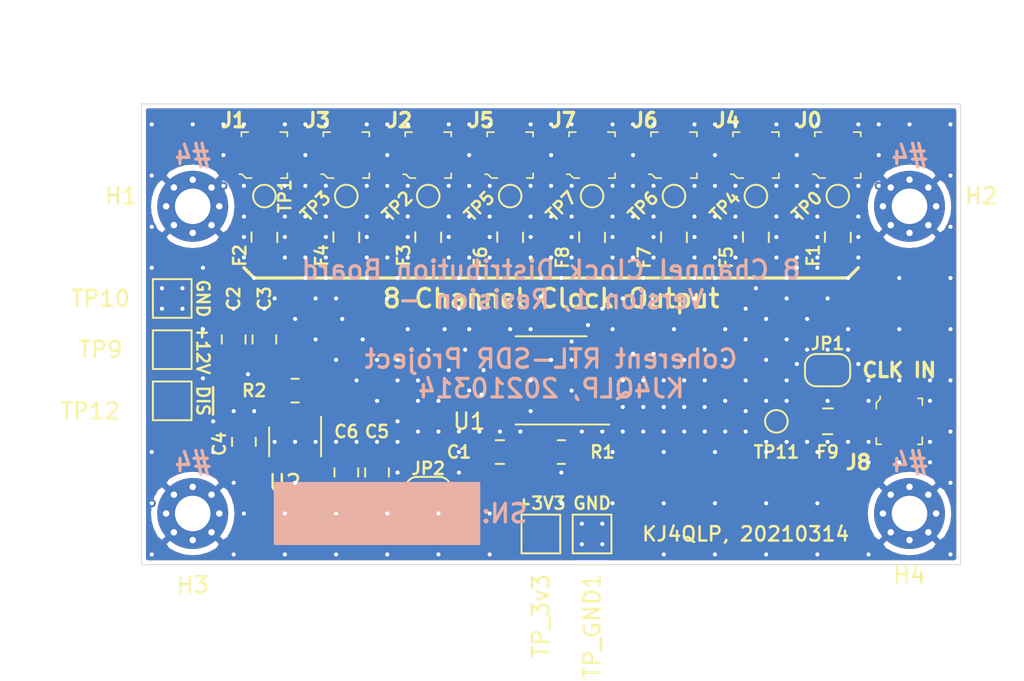
<source format=kicad_pcb>
(kicad_pcb (version 20171130) (host pcbnew 5.1.9-73d0e3b20d~88~ubuntu20.04.1)
  (title_block (title "8 Channel Clock Distribution Board, V1") (date 2021-03-14) (rev -) (company "Amateur Radio / Phased Arrays") (comment 1 "Coherent RTL-SDR Projects") (comment 2 creativecommons.org/licenses/by/4.0/) (comment 3 "License: CC BY 4.0") (comment 4 "Author: Zach Leffke, KJ4QLP"))
  (layers (0 F.Cu signal) (31 B.Cu signal) (34 B.Paste user) (35 F.Paste user) (36 B.SilkS user) (37 F.SilkS user) (38 B.Mask user) (39 F.Mask user) (44 Edge.Cuts user))
  (net 0 "")
  (net 1 +3V3)
  (net 2 GND)
  (net 3 "Net-(F1-Pad2)")
  (net 4 "Net-(F2-Pad2)")
  (net 5 "Net-(F3-Pad2)")
  (net 6 "Net-(F4-Pad2)")
  (net 7 "Net-(F5-Pad2)")
  (net 8 "Net-(R1-Pad2)")
  (net 9 /Y0)
  (net 10 /Y1)
  (net 11 /Y2)
  (net 12 /Y3)
  (net 13 +12V)
  (net 14 "Net-(C4-Pad1)")
  (net 15 "Net-(C5-Pad1)")
  (net 16 "Net-(R2-Pad2)")
  (net 17 /Y4)
  (net 18 /Y5)
  (net 19 "Net-(F6-Pad2)")
  (net 20 /Y6)
  (net 21 "Net-(F7-Pad2)")
  (net 22 /Y7)
  (net 23 "Net-(F8-Pad2)")
  (net 24 "Net-(F9-Pad1)")
  (net 25 "Net-(F9-Pad2)")
  (module Package_SO:TSSOP-16_4.4x5mm_P0.65mm (layer F.Cu) (at 133.35 80.645 180)
    (fp_text reference U1 (at 5.08 -2.54) (layer F.SilkS))
    (fp_text value 5PB1108PGxx)
    (pad 16 smd roundrect (at 2.8625 -2.275 180) (size 1.475 0.4) (layers F.Cu F.Paste F.Mask) (net 10 /Y1))
    (pad 15 smd roundrect (at 2.8625 -1.625 180) (size 1.475 0.4) (layers F.Cu F.Paste F.Mask) (net 12 /Y3))
    (pad 14 smd roundrect (at 2.8625 -0.975 180) (size 1.475 0.4) (layers F.Cu F.Paste F.Mask) (net 1 +3V3))
    (pad 13 smd roundrect (at 2.8625 -0.325 180) (size 1.475 0.4) (layers F.Cu F.Paste F.Mask) (net 11 /Y2))
    (pad 12 smd roundrect (at 2.8625 0.325 180) (size 1.475 0.4) (layers F.Cu F.Paste F.Mask) (net 2 GND))
    (pad 11 smd roundrect (at 2.8625 0.975 180) (size 1.475 0.4) (layers F.Cu F.Paste F.Mask) (net 18 /Y5))
    (pad 10 smd roundrect (at 2.8625 1.625 180) (size 1.475 0.4) (layers F.Cu F.Paste F.Mask) (net 1 +3V3))
    (pad 9 smd roundrect (at 2.8625 2.275 180) (size 1.475 0.4) (layers F.Cu F.Paste F.Mask) (net 22 /Y7))
    (pad 8 smd roundrect (at -2.8625 2.275 180) (size 1.475 0.4) (layers F.Cu F.Paste F.Mask) (net 20 /Y6))
    (pad 7 smd roundrect (at -2.8625 1.625 180) (size 1.475 0.4) (layers F.Cu F.Paste F.Mask) (net 2 GND))
    (pad 6 smd roundrect (at -2.8625 0.975 180) (size 1.475 0.4) (layers F.Cu F.Paste F.Mask) (net 17 /Y4))
    (pad 5 smd roundrect (at -2.8625 0.325 180) (size 1.475 0.4) (layers F.Cu F.Paste F.Mask) (net 1 +3V3))
    (pad 4 smd roundrect (at -2.8625 -0.325 180) (size 1.475 0.4) (layers F.Cu F.Paste F.Mask) (net 2 GND))
    (pad 3 smd roundrect (at -2.8625 -0.975 180) (size 1.475 0.4) (layers F.Cu F.Paste F.Mask) (net 9 /Y0))
    (pad 2 smd roundrect (at -2.8625 -1.625 180) (size 1.475 0.4) (layers F.Cu F.Paste F.Mask) (net 8 "Net-(R1-Pad2)"))
    (pad 1 smd roundrect (at -2.8625 -2.275 180) (size 1.475 0.4) (layers F.Cu F.Paste F.Mask) (net 25 "Net-(F9-Pad2)"))
  )
  (module TestPoint:TestPoint_Pad_D1.0mm (layer F.Cu) (at 147.32 83.185 90)
    (fp_text reference TP11 (at -1.905 0) (layer F.SilkS) (effects (font (size 0.762 0.762) (thickness 0.1524))))
    (fp_text value TestPoint)
    (pad 1 smd circle (at 0 0 90) (size 1 1) (layers F.Cu F.Mask) (net 25 "Net-(F9-Pad2)"))
  )
  (module digikey-footprints:Molex_734120114_UMC_RF_CONN_Vertical (layer F.Cu) (at 135.89 66.675)
    (fp_text reference J7 (at -1.778 -2.159) (layer F.SilkS) (effects (font (size 0.889 0.889) (thickness 0.2032))))
    (fp_text value Y3)
    (pad 1 smd rect (at -1.5 0) (size 1 2.2) (layers F.Cu F.Paste F.Mask) (net 2 GND))
    (pad 1 smd rect (at 1.5 0) (size 1 2.2) (layers F.Cu F.Paste F.Mask) (net 2 GND))
    (pad 2 smd rect (at 0 1.5) (size 1 1) (layers F.Cu F.Paste F.Mask) (net 23 "Net-(F8-Pad2)"))
    (pad 1 smd rect (at 0 -1.5) (size 1 1) (layers F.Cu F.Paste F.Mask) (net 2 GND))
  )
  (module Package_TO_SOT_SMD:SOT-23-5 (layer F.Cu) (at 117.475 84.455 270)
    (fp_text reference U2 (at 2.54 0.635 180) (layer F.SilkS))
    (fp_text value LP2985-3.3)
    (pad 5 smd rect (at 1.1 -0.95 270) (size 1.06 0.65) (layers F.Cu F.Paste F.Mask) (net 15 "Net-(C5-Pad1)"))
    (pad 4 smd rect (at 1.1 0.95 270) (size 1.06 0.65) (layers F.Cu F.Paste F.Mask) (net 14 "Net-(C4-Pad1)"))
    (pad 3 smd rect (at -1.1 0.95 270) (size 1.06 0.65) (layers F.Cu F.Paste F.Mask) (net 16 "Net-(R2-Pad2)"))
    (pad 2 smd rect (at -1.1 0 270) (size 1.06 0.65) (layers F.Cu F.Paste F.Mask) (net 2 GND))
    (pad 1 smd rect (at -1.1 -0.95 270) (size 1.06 0.65) (layers F.Cu F.Paste F.Mask) (net 13 +12V))
  )
  (module TestPoint:TestPoint_Pad_D1.0mm (layer F.Cu) (at 135.89 69.215 180)
    (fp_text reference TP7 (at 1.905 -0.635 225) (layer F.SilkS) (effects (font (size 0.762 0.762) (thickness 0.1524))))
    (fp_text value TestPoint)
    (pad 1 smd circle (at 0 0 180) (size 1 1) (layers F.Cu F.Mask) (net 23 "Net-(F8-Pad2)"))
  )
  (module TestPoint:TestPoint_Pad_D1.0mm (layer F.Cu) (at 140.97 69.215 180)
    (fp_text reference TP6 (at 1.905 -0.635 225) (layer F.SilkS) (effects (font (size 0.762 0.762) (thickness 0.1524))))
    (fp_text value TestPoint)
    (pad 1 smd circle (at 0 0 180) (size 1 1) (layers F.Cu F.Mask) (net 21 "Net-(F7-Pad2)"))
  )
  (module TestPoint:TestPoint_Pad_D1.0mm (layer F.Cu) (at 130.81 69.215 180)
    (fp_text reference TP5 (at 1.905 -0.635 45) (layer F.SilkS) (effects (font (size 0.762 0.762) (thickness 0.1524))))
    (fp_text value TestPoint)
    (pad 1 smd circle (at 0 0 180) (size 1 1) (layers F.Cu F.Mask) (net 19 "Net-(F6-Pad2)"))
  )
  (module TestPoint:TestPoint_Pad_D1.0mm (layer F.Cu) (at 146.05 69.215 180)
    (fp_text reference TP4 (at 1.905 -0.635 225) (layer F.SilkS) (effects (font (size 0.762 0.762) (thickness 0.1524))))
    (fp_text value TestPoint)
    (pad 1 smd circle (at 0 0 180) (size 1 1) (layers F.Cu F.Mask) (net 7 "Net-(F5-Pad2)"))
  )
  (module digikey-footprints:Molex_734120114_UMC_RF_CONN_Vertical (layer F.Cu) (at 140.97 66.675)
    (fp_text reference J6 (at -1.778 -2.159) (layer F.SilkS) (effects (font (size 0.889 0.889) (thickness 0.2032))))
    (fp_text value Y2)
    (pad 1 smd rect (at -1.5 0) (size 1 2.2) (layers F.Cu F.Paste F.Mask) (net 2 GND))
    (pad 1 smd rect (at 1.5 0) (size 1 2.2) (layers F.Cu F.Paste F.Mask) (net 2 GND))
    (pad 2 smd rect (at 0 1.5) (size 1 1) (layers F.Cu F.Paste F.Mask) (net 21 "Net-(F7-Pad2)"))
    (pad 1 smd rect (at 0 -1.5) (size 1 1) (layers F.Cu F.Paste F.Mask) (net 2 GND))
  )
  (module digikey-footprints:Molex_734120114_UMC_RF_CONN_Vertical (layer F.Cu) (at 130.81 66.675)
    (fp_text reference J5 (at -1.778 -2.159) (layer F.SilkS) (effects (font (size 0.889 0.889) (thickness 0.2032))))
    (fp_text value Y1)
    (pad 1 smd rect (at -1.5 0) (size 1 2.2) (layers F.Cu F.Paste F.Mask) (net 2 GND))
    (pad 1 smd rect (at 1.5 0) (size 1 2.2) (layers F.Cu F.Paste F.Mask) (net 2 GND))
    (pad 2 smd rect (at 0 1.5) (size 1 1) (layers F.Cu F.Paste F.Mask) (net 19 "Net-(F6-Pad2)"))
    (pad 1 smd rect (at 0 -1.5) (size 1 1) (layers F.Cu F.Paste F.Mask) (net 2 GND))
  )
  (module digikey-footprints:Molex_734120114_UMC_RF_CONN_Vertical (layer F.Cu) (at 146.05 66.675)
    (fp_text reference J4 (at -1.778 -2.159) (layer F.SilkS) (effects (font (size 0.889 0.889) (thickness 0.2032))))
    (fp_text value Y4)
    (pad 1 smd rect (at -1.5 0) (size 1 2.2) (layers F.Cu F.Paste F.Mask) (net 2 GND))
    (pad 1 smd rect (at 1.5 0) (size 1 2.2) (layers F.Cu F.Paste F.Mask) (net 2 GND))
    (pad 2 smd rect (at 0 1.5) (size 1 1) (layers F.Cu F.Paste F.Mask) (net 7 "Net-(F5-Pad2)"))
    (pad 1 smd rect (at 0 -1.5) (size 1 1) (layers F.Cu F.Paste F.Mask) (net 2 GND))
  )
  (module kj4qlp:0805_3PC_Pad (layer F.Cu) (at 135.89 71.755 90)
    (fp_text reference F8 (at -1.27 -1.84 90) (layer F.SilkS) (effects (font (size 0.762 0.762) (thickness 0.1524))))
    (fp_text value MEM2012S35R0T001)
    (pad 3 smd rect (at 0 0 90) (size 0.4 2) (layers F.Cu F.Paste F.Mask) (net 2 GND))
    (pad 1 smd trapezoid (at -1.15 0 90) (size 1 1) (layers F.Cu F.Paste F.Mask) (net 22 /Y7))
    (pad 2 smd rect (at 1.15 0 90) (size 1 1) (layers F.Cu F.Paste F.Mask) (net 23 "Net-(F8-Pad2)"))
  )
  (module kj4qlp:0805_3PC_Pad (layer F.Cu) (at 140.97 71.755 90)
    (fp_text reference F7 (at -1.27 -1.84 90) (layer F.SilkS) (effects (font (size 0.762 0.762) (thickness 0.1524))))
    (fp_text value MEM2012S35R0T001)
    (pad 3 smd rect (at 0 0 90) (size 0.4 2) (layers F.Cu F.Paste F.Mask) (net 2 GND))
    (pad 1 smd trapezoid (at -1.15 0 90) (size 1 1) (layers F.Cu F.Paste F.Mask) (net 20 /Y6))
    (pad 2 smd rect (at 1.15 0 90) (size 1 1) (layers F.Cu F.Paste F.Mask) (net 21 "Net-(F7-Pad2)"))
  )
  (module kj4qlp:0805_3PC_Pad (layer F.Cu) (at 130.81 71.755 90)
    (fp_text reference F6 (at -1.27 -1.84 90) (layer F.SilkS) (effects (font (size 0.762 0.762) (thickness 0.1524))))
    (fp_text value MEM2012S35R0T001)
    (pad 3 smd rect (at 0 0 90) (size 0.4 2) (layers F.Cu F.Paste F.Mask) (net 2 GND))
    (pad 1 smd trapezoid (at -1.15 0 90) (size 1 1) (layers F.Cu F.Paste F.Mask) (net 18 /Y5))
    (pad 2 smd rect (at 1.15 0 90) (size 1 1) (layers F.Cu F.Paste F.Mask) (net 19 "Net-(F6-Pad2)"))
  )
  (module kj4qlp:0805_3PC_Pad (layer F.Cu) (at 146.05 71.755 90)
    (fp_text reference F5 (at -1.27 -1.84 90) (layer F.SilkS) (effects (font (size 0.762 0.762) (thickness 0.1524))))
    (fp_text value MEM2012S35R0T001)
    (pad 3 smd rect (at 0 0 90) (size 0.4 2) (layers F.Cu F.Paste F.Mask) (net 2 GND))
    (pad 1 smd trapezoid (at -1.15 0 90) (size 1 1) (layers F.Cu F.Paste F.Mask) (net 17 /Y4))
    (pad 2 smd rect (at 1.15 0 90) (size 1 1) (layers F.Cu F.Paste F.Mask) (net 7 "Net-(F5-Pad2)"))
  )
  (module Jumper:SolderJumper-2_P1.3mm_Open_RoundedPad1.0x1.5mm (layer F.Cu) (at 125.73 87.63)
    (fp_text reference JP2 (at 0 -1.524) (layer F.SilkS) (effects (font (size 0.762 0.762) (thickness 0.1524))))
    (fp_text value VREG)
    (pad 2 smd custom (at 0.65 0) (size 1 0.5) (layers F.Cu F.Mask) (net 1 +3V3) (options (clearance outline) (anchor rect)) (primitives (gr_circle (center 0 0.25) (end 0.5 0.25) (width 0)) (gr_circle (center 0 -0.25) (end 0.5 -0.25) (width 0)) (gr_poly (pts (xy 0 -0.75) (xy -0.5 -0.75) (xy -0.5 0.75) (xy 0 0.75)) (width 0))))
    (pad 1 smd custom (at -0.65 0) (size 1 0.5) (layers F.Cu F.Mask) (net 15 "Net-(C5-Pad1)") (options (clearance outline) (anchor rect)) (primitives (gr_circle (center 0 0.25) (end 0.5 0.25) (width 0)) (gr_circle (center 0 -0.25) (end 0.5 -0.25) (width 0)) (gr_poly (pts (xy 0 -0.75) (xy 0.5 -0.75) (xy 0.5 0.75) (xy 0 0.75)) (width 0))))
  )
  (module TestPoint:TestPoint_Pad_2.0x2.0mm (layer F.Cu) (at 109.855 81.915 270)
    (fp_text reference TP12 (at 0.635 5.08 180) (layer F.SilkS))
    (fp_text value TestPoint)
    (pad 1 smd rect (at 0 0 270) (size 2 2) (layers F.Cu F.Mask) (net 16 "Net-(R2-Pad2)"))
  )
  (module TestPoint:TestPoint_Pad_2.0x2.0mm (layer F.Cu) (at 109.855 75.565 270)
    (fp_text reference TP10 (at 0 4.445 180) (layer F.SilkS))
    (fp_text value TestPoint)
    (pad 1 smd rect (at 0 0 270) (size 2 2) (layers F.Cu F.Mask) (net 2 GND))
  )
  (module TestPoint:TestPoint_Pad_2.0x2.0mm (layer F.Cu) (at 109.855 78.74 270)
    (fp_text reference TP9 (at 0 4.445 180) (layer F.SilkS))
    (fp_text value TestPoint)
    (pad 1 smd rect (at 0 0 270) (size 2 2) (layers F.Cu F.Mask) (net 13 +12V))
  )
  (module Resistor_SMD:R_0805_2012Metric (layer F.Cu) (at 117.475 81.28 180)
    (fp_text reference R2 (at 2.54 0) (layer F.SilkS) (effects (font (size 0.762 0.762) (thickness 0.1524))))
    (fp_text value 100k)
    (pad 2 smd roundrect (at 0.9125 0 180) (size 1.025 1.4) (layers F.Cu F.Paste F.Mask) (roundrect_rratio 0.243902) (net 16 "Net-(R2-Pad2)"))
    (pad 1 smd roundrect (at -0.9125 0 180) (size 1.025 1.4) (layers F.Cu F.Paste F.Mask) (roundrect_rratio 0.243902) (net 13 +12V))
  )
  (module Capacitor_SMD:C_0805_2012Metric (layer F.Cu) (at 120.65 86.36 90)
    (fp_text reference C6 (at 2.54 0 180) (layer F.SilkS) (effects (font (size 0.762 0.762) (thickness 0.1524))))
    (fp_text value 0.1uF)
    (pad 2 smd roundrect (at 0.95 0 90) (size 1 1.45) (layers F.Cu F.Paste F.Mask) (net 2 GND))
    (pad 1 smd roundrect (at -0.95 0 90) (size 1 1.45) (layers F.Cu F.Paste F.Mask) (net 15 "Net-(C5-Pad1)"))
  )
  (module Capacitor_SMD:C_0805_2012Metric (layer F.Cu) (at 122.555 86.36 90)
    (fp_text reference C5 (at 2.54 0) (layer F.SilkS) (effects (font (size 0.762 0.762) (thickness 0.1524))))
    (fp_text value 10uF)
    (pad 2 smd roundrect (at 0.95 0 90) (size 1 1.45) (layers F.Cu F.Paste F.Mask) (net 2 GND))
    (pad 1 smd roundrect (at -0.95 0 90) (size 1 1.45) (layers F.Cu F.Paste F.Mask) (net 15 "Net-(C5-Pad1)"))
  )
  (module Capacitor_SMD:C_0805_2012Metric (layer F.Cu) (at 114.3 84.455 90)
    (fp_text reference C4 (at -0.127 -1.524 90) (layer F.SilkS) (effects (font (size 0.762 0.762) (thickness 0.1524))))
    (fp_text value 0.1uF)
    (pad 2 smd roundrect (at 0.95 0 90) (size 1 1.45) (layers F.Cu F.Paste F.Mask) (net 2 GND))
    (pad 1 smd roundrect (at -0.95 0 90) (size 1 1.45) (layers F.Cu F.Paste F.Mask) (net 14 "Net-(C4-Pad1)"))
  )
  (module Capacitor_SMD:C_0805_2012Metric (layer F.Cu) (at 115.57 78.105 90)
    (fp_text reference C3 (at 2.54 0 90) (layer F.SilkS) (effects (font (size 0.762 0.762) (thickness 0.1524))))
    (fp_text value 0.1uF)
    (pad 2 smd roundrect (at 0.95 0 90) (size 1 1.45) (layers F.Cu F.Paste F.Mask) (net 2 GND))
    (pad 1 smd roundrect (at -0.95 0 90) (size 1 1.45) (layers F.Cu F.Paste F.Mask) (net 13 +12V))
  )
  (module Capacitor_SMD:C_0805_2012Metric (layer F.Cu) (at 113.665 78.105 90)
    (fp_text reference C2 (at 2.54 0 90) (layer F.SilkS) (effects (font (size 0.762 0.762) (thickness 0.1524))))
    (fp_text value 1uF)
    (pad 2 smd roundrect (at 0.95 0 90) (size 1 1.45) (layers F.Cu F.Paste F.Mask) (net 2 GND))
    (pad 1 smd roundrect (at -0.95 0 90) (size 1 1.45) (layers F.Cu F.Paste F.Mask) (net 13 +12V))
  )
  (module MountingHole:MountingHole_2.2mm_M2_Pad_Via (layer F.Cu) (at 155.575 88.9)
    (fp_text reference H4 (at 0 3.81) (layer F.SilkS))
    (fp_text value MountingHole_Pad)
    (pad 1 thru_hole circle (at 1.166726 -1.166726) (size 0.7 0.7) (drill 0.4) (layers *.Cu *.Mask) (net 2 GND))
    (pad 1 thru_hole circle (at 0 -1.65) (size 0.7 0.7) (drill 0.4) (layers *.Cu *.Mask) (net 2 GND))
    (pad 1 thru_hole circle (at -1.166726 -1.166726) (size 0.7 0.7) (drill 0.4) (layers *.Cu *.Mask) (net 2 GND))
    (pad 1 thru_hole circle (at -1.65 0) (size 0.7 0.7) (drill 0.4) (layers *.Cu *.Mask) (net 2 GND))
    (pad 1 thru_hole circle (at -1.166726 1.166726) (size 0.7 0.7) (drill 0.4) (layers *.Cu *.Mask) (net 2 GND))
    (pad 1 thru_hole circle (at 0 1.65) (size 0.7 0.7) (drill 0.4) (layers *.Cu *.Mask) (net 2 GND))
    (pad 1 thru_hole circle (at 1.166726 1.166726) (size 0.7 0.7) (drill 0.4) (layers *.Cu *.Mask) (net 2 GND))
    (pad 1 thru_hole circle (at 1.65 0) (size 0.7 0.7) (drill 0.4) (layers *.Cu *.Mask) (net 2 GND))
    (pad 1 thru_hole circle (at 0 0) (size 4.4 4.4) (drill 2.2) (layers *.Cu *.Mask) (net 2 GND))
  )
  (module MountingHole:MountingHole_2.2mm_M2_Pad_Via (layer F.Cu) (at 111.125 88.9)
    (fp_text reference H3 (at 0 4.445) (layer F.SilkS))
    (fp_text value MountingHole_Pad)
    (pad 1 thru_hole circle (at 1.166726 -1.166726) (size 0.7 0.7) (drill 0.4) (layers *.Cu *.Mask) (net 2 GND))
    (pad 1 thru_hole circle (at 0 -1.65) (size 0.7 0.7) (drill 0.4) (layers *.Cu *.Mask) (net 2 GND))
    (pad 1 thru_hole circle (at -1.166726 -1.166726) (size 0.7 0.7) (drill 0.4) (layers *.Cu *.Mask) (net 2 GND))
    (pad 1 thru_hole circle (at -1.65 0) (size 0.7 0.7) (drill 0.4) (layers *.Cu *.Mask) (net 2 GND))
    (pad 1 thru_hole circle (at -1.166726 1.166726) (size 0.7 0.7) (drill 0.4) (layers *.Cu *.Mask) (net 2 GND))
    (pad 1 thru_hole circle (at 0 1.65) (size 0.7 0.7) (drill 0.4) (layers *.Cu *.Mask) (net 2 GND))
    (pad 1 thru_hole circle (at 1.166726 1.166726) (size 0.7 0.7) (drill 0.4) (layers *.Cu *.Mask) (net 2 GND))
    (pad 1 thru_hole circle (at 1.65 0) (size 0.7 0.7) (drill 0.4) (layers *.Cu *.Mask) (net 2 GND))
    (pad 1 thru_hole circle (at 0 0) (size 4.4 4.4) (drill 2.2) (layers *.Cu *.Mask) (net 2 GND))
  )
  (module Jumper:SolderJumper-2_P1.3mm_Open_RoundedPad1.0x1.5mm (layer F.Cu) (at 150.495 80.01 180)
    (fp_text reference JP1 (at 0 1.651) (layer F.SilkS) (effects (font (size 0.762 0.762) (thickness 0.1524))))
    (fp_text value CLKIN_FILT_BYPASS)
    (pad 2 smd custom (at 0.65 0 180) (size 1 0.5) (layers F.Cu F.Mask) (net 25 "Net-(F9-Pad2)") (options (clearance outline) (anchor rect)) (primitives (gr_circle (center 0 0.25) (end 0.5 0.25) (width 0)) (gr_circle (center 0 -0.25) (end 0.5 -0.25) (width 0)) (gr_poly (pts (xy 0 -0.75) (xy -0.5 -0.75) (xy -0.5 0.75) (xy 0 0.75)) (width 0))))
    (pad 1 smd custom (at -0.65 0 180) (size 1 0.5) (layers F.Cu F.Mask) (net 24 "Net-(F9-Pad1)") (options (clearance outline) (anchor rect)) (primitives (gr_circle (center 0 0.25) (end 0.5 0.25) (width 0)) (gr_circle (center 0 -0.25) (end 0.5 -0.25) (width 0)) (gr_poly (pts (xy 0 -0.75) (xy 0.5 -0.75) (xy 0.5 0.75) (xy 0 0.75)) (width 0))))
  )
  (module TestPoint:TestPoint_Pad_2.0x2.0mm (layer F.Cu) (at 135.89 90.17)
    (fp_text reference TP_GND1 (at 0 5.715 90) (layer F.SilkS))
    (fp_text value TestPoint)
    (pad 1 smd rect (at 0 0) (size 2 2) (layers F.Cu F.Mask) (net 2 GND))
  )
  (module TestPoint:TestPoint_Pad_2.0x2.0mm (layer F.Cu) (at 132.715 90.17)
    (fp_text reference TP_3v3 (at 0 5.08 90) (layer F.SilkS))
    (fp_text value TestPoint)
    (pad 1 smd rect (at 0 0) (size 2 2) (layers F.Cu F.Mask) (net 1 +3V3))
  )
  (module MountingHole:MountingHole_2.2mm_M2_Pad_Via (layer F.Cu) (at 155.575 69.85)
    (fp_text reference H2 (at 4.445 -0.635) (layer F.SilkS))
    (fp_text value MountingHole_Pad)
    (pad 1 thru_hole circle (at 1.166726 -1.166726) (size 0.7 0.7) (drill 0.4) (layers *.Cu *.Mask) (net 2 GND))
    (pad 1 thru_hole circle (at 0 -1.65) (size 0.7 0.7) (drill 0.4) (layers *.Cu *.Mask) (net 2 GND))
    (pad 1 thru_hole circle (at -1.166726 -1.166726) (size 0.7 0.7) (drill 0.4) (layers *.Cu *.Mask) (net 2 GND))
    (pad 1 thru_hole circle (at -1.65 0) (size 0.7 0.7) (drill 0.4) (layers *.Cu *.Mask) (net 2 GND))
    (pad 1 thru_hole circle (at -1.166726 1.166726) (size 0.7 0.7) (drill 0.4) (layers *.Cu *.Mask) (net 2 GND))
    (pad 1 thru_hole circle (at 0 1.65) (size 0.7 0.7) (drill 0.4) (layers *.Cu *.Mask) (net 2 GND))
    (pad 1 thru_hole circle (at 1.166726 1.166726) (size 0.7 0.7) (drill 0.4) (layers *.Cu *.Mask) (net 2 GND))
    (pad 1 thru_hole circle (at 1.65 0) (size 0.7 0.7) (drill 0.4) (layers *.Cu *.Mask) (net 2 GND))
    (pad 1 thru_hole circle (at 0 0) (size 4.4 4.4) (drill 2.2) (layers *.Cu *.Mask) (net 2 GND))
  )
  (module MountingHole:MountingHole_2.2mm_M2_Pad_Via (layer F.Cu) (at 111.125 69.85)
    (fp_text reference H1 (at -4.445 -0.635) (layer F.SilkS))
    (fp_text value MountingHole_Pad)
    (pad 1 thru_hole circle (at 1.166726 -1.166726) (size 0.7 0.7) (drill 0.4) (layers *.Cu *.Mask) (net 2 GND))
    (pad 1 thru_hole circle (at 0 -1.65) (size 0.7 0.7) (drill 0.4) (layers *.Cu *.Mask) (net 2 GND))
    (pad 1 thru_hole circle (at -1.166726 -1.166726) (size 0.7 0.7) (drill 0.4) (layers *.Cu *.Mask) (net 2 GND))
    (pad 1 thru_hole circle (at -1.65 0) (size 0.7 0.7) (drill 0.4) (layers *.Cu *.Mask) (net 2 GND))
    (pad 1 thru_hole circle (at -1.166726 1.166726) (size 0.7 0.7) (drill 0.4) (layers *.Cu *.Mask) (net 2 GND))
    (pad 1 thru_hole circle (at 0 1.65) (size 0.7 0.7) (drill 0.4) (layers *.Cu *.Mask) (net 2 GND))
    (pad 1 thru_hole circle (at 1.166726 1.166726) (size 0.7 0.7) (drill 0.4) (layers *.Cu *.Mask) (net 2 GND))
    (pad 1 thru_hole circle (at 1.65 0) (size 0.7 0.7) (drill 0.4) (layers *.Cu *.Mask) (net 2 GND))
    (pad 1 thru_hole circle (at 0 0) (size 4.4 4.4) (drill 2.2) (layers *.Cu *.Mask) (net 2 GND))
  )
  (module TestPoint:TestPoint_Pad_D1.0mm (layer F.Cu) (at 120.65 69.215 270)
    (fp_text reference TP3 (at 0.635 1.905 225) (layer F.SilkS) (effects (font (size 0.762 0.762) (thickness 0.1524))))
    (fp_text value TestPoint)
    (pad 1 smd circle (at 0 0 270) (size 1 1) (layers F.Cu F.Mask) (net 6 "Net-(F4-Pad2)"))
  )
  (module TestPoint:TestPoint_Pad_D1.0mm (layer F.Cu) (at 125.73 69.215 270)
    (fp_text reference TP2 (at 0.635 1.905 225) (layer F.SilkS) (effects (font (size 0.762 0.762) (thickness 0.1524))))
    (fp_text value TestPoint)
    (pad 1 smd circle (at 0 0 270) (size 1 1) (layers F.Cu F.Mask) (net 5 "Net-(F3-Pad2)"))
  )
  (module TestPoint:TestPoint_Pad_D1.0mm (layer F.Cu) (at 115.57 69.215 270)
    (fp_text reference TP1 (at 0 -1.27 90) (layer F.SilkS) (effects (font (size 0.762 0.762) (thickness 0.1524))))
    (fp_text value TestPoint)
    (pad 1 smd circle (at 0 0 270) (size 1 1) (layers F.Cu F.Mask) (net 4 "Net-(F2-Pad2)"))
  )
  (module TestPoint:TestPoint_Pad_D1.0mm (layer F.Cu) (at 151.13 69.215 270)
    (fp_text reference TP0 (at 0.635 1.905 45) (layer F.SilkS) (effects (font (size 0.762 0.762) (thickness 0.1524))))
    (fp_text value TestPoint)
    (pad 1 smd circle (at 0 0 270) (size 1 1) (layers F.Cu F.Mask) (net 3 "Net-(F1-Pad2)"))
  )
  (module Resistor_SMD:R_0805_2012Metric (layer F.Cu) (at 133.985 85.09)
    (fp_text reference R1 (at 2.54 0) (layer F.SilkS) (effects (font (size 0.762 0.762) (thickness 0.1524))))
    (fp_text value 100k)
    (pad 2 smd roundrect (at 0.9125 0) (size 1.025 1.4) (layers F.Cu F.Paste F.Mask) (roundrect_rratio 0.243902) (net 8 "Net-(R1-Pad2)"))
    (pad 1 smd roundrect (at -0.9125 0) (size 1.025 1.4) (layers F.Cu F.Paste F.Mask) (roundrect_rratio 0.243902) (net 1 +3V3))
  )
  (module digikey-footprints:Molex_734120114_UMC_RF_CONN_Vertical (layer F.Cu) (at 154.94 83.185 270)
    (fp_text reference J8 (at 2.54 2.54) (layer F.SilkS) (effects (font (size 0.889 0.889) (thickness 0.2032))))
    (fp_text value CLKIN)
    (pad 1 smd rect (at -1.5 0 270) (size 1 2.2) (layers F.Cu F.Paste F.Mask) (net 2 GND))
    (pad 1 smd rect (at 1.5 0 270) (size 1 2.2) (layers F.Cu F.Paste F.Mask) (net 2 GND))
    (pad 2 smd rect (at 0 1.5 270) (size 1 1) (layers F.Cu F.Paste F.Mask) (net 24 "Net-(F9-Pad1)"))
    (pad 1 smd rect (at 0 -1.5 270) (size 1 1) (layers F.Cu F.Paste F.Mask) (net 2 GND))
  )
  (module digikey-footprints:Molex_734120114_UMC_RF_CONN_Vertical (layer F.Cu) (at 120.65 66.675)
    (fp_text reference J3 (at -1.778 -2.159) (layer F.SilkS) (effects (font (size 0.889 0.889) (thickness 0.2032))))
    (fp_text value Y3)
    (pad 1 smd rect (at -1.5 0) (size 1 2.2) (layers F.Cu F.Paste F.Mask) (net 2 GND))
    (pad 1 smd rect (at 1.5 0) (size 1 2.2) (layers F.Cu F.Paste F.Mask) (net 2 GND))
    (pad 2 smd rect (at 0 1.5) (size 1 1) (layers F.Cu F.Paste F.Mask) (net 6 "Net-(F4-Pad2)"))
    (pad 1 smd rect (at 0 -1.5) (size 1 1) (layers F.Cu F.Paste F.Mask) (net 2 GND))
  )
  (module digikey-footprints:Molex_734120114_UMC_RF_CONN_Vertical (layer F.Cu) (at 125.73 66.675)
    (fp_text reference J2 (at -1.778 -2.159) (layer F.SilkS) (effects (font (size 0.889 0.889) (thickness 0.2032))))
    (fp_text value Y2)
    (pad 1 smd rect (at -1.5 0) (size 1 2.2) (layers F.Cu F.Paste F.Mask) (net 2 GND))
    (pad 1 smd rect (at 1.5 0) (size 1 2.2) (layers F.Cu F.Paste F.Mask) (net 2 GND))
    (pad 2 smd rect (at 0 1.5) (size 1 1) (layers F.Cu F.Paste F.Mask) (net 5 "Net-(F3-Pad2)"))
    (pad 1 smd rect (at 0 -1.5) (size 1 1) (layers F.Cu F.Paste F.Mask) (net 2 GND))
  )
  (module digikey-footprints:Molex_734120114_UMC_RF_CONN_Vertical (layer F.Cu) (at 115.57 66.675)
    (fp_text reference J1 (at -1.905 -2.159) (layer F.SilkS) (effects (font (size 0.889 0.889) (thickness 0.2032))))
    (fp_text value Y1)
    (pad 1 smd rect (at -1.5 0) (size 1 2.2) (layers F.Cu F.Paste F.Mask) (net 2 GND))
    (pad 1 smd rect (at 1.5 0) (size 1 2.2) (layers F.Cu F.Paste F.Mask) (net 2 GND))
    (pad 2 smd rect (at 0 1.5) (size 1 1) (layers F.Cu F.Paste F.Mask) (net 4 "Net-(F2-Pad2)"))
    (pad 1 smd rect (at 0 -1.5) (size 1 1) (layers F.Cu F.Paste F.Mask) (net 2 GND))
  )
  (module digikey-footprints:Molex_734120114_UMC_RF_CONN_Vertical (layer F.Cu) (at 151.13 66.675)
    (fp_text reference J0 (at -1.778 -2.159) (layer F.SilkS) (effects (font (size 0.889 0.889) (thickness 0.2032))))
    (fp_text value Y0)
    (pad 1 smd rect (at -1.5 0) (size 1 2.2) (layers F.Cu F.Paste F.Mask) (net 2 GND))
    (pad 1 smd rect (at 1.5 0) (size 1 2.2) (layers F.Cu F.Paste F.Mask) (net 2 GND))
    (pad 2 smd rect (at 0 1.5) (size 1 1) (layers F.Cu F.Paste F.Mask) (net 3 "Net-(F1-Pad2)"))
    (pad 1 smd rect (at 0 -1.5) (size 1 1) (layers F.Cu F.Paste F.Mask) (net 2 GND))
  )
  (module kj4qlp:0805_3PC_Pad (layer F.Cu) (at 120.65 71.755 90)
    (fp_text reference F4 (at -1.143 -1.524 90) (layer F.SilkS) (effects (font (size 0.762 0.762) (thickness 0.1524))))
    (fp_text value MEM2012S35R0T001)
    (pad 3 smd rect (at 0 0 90) (size 0.4 2) (layers F.Cu F.Paste F.Mask) (net 2 GND))
    (pad 1 smd trapezoid (at -1.15 0 90) (size 1 1) (layers F.Cu F.Paste F.Mask) (net 12 /Y3))
    (pad 2 smd rect (at 1.15 0 90) (size 1 1) (layers F.Cu F.Paste F.Mask) (net 6 "Net-(F4-Pad2)"))
  )
  (module kj4qlp:0805_3PC_Pad (layer F.Cu) (at 125.73 71.755 90)
    (fp_text reference F3 (at -1.143 -1.524 90) (layer F.SilkS) (effects (font (size 0.762 0.762) (thickness 0.1524))))
    (fp_text value MEM2012S35R0T001)
    (pad 3 smd rect (at 0 0 90) (size 0.4 2) (layers F.Cu F.Paste F.Mask) (net 2 GND))
    (pad 1 smd trapezoid (at -1.15 0 90) (size 1 1) (layers F.Cu F.Paste F.Mask) (net 11 /Y2))
    (pad 2 smd rect (at 1.15 0 90) (size 1 1) (layers F.Cu F.Paste F.Mask) (net 5 "Net-(F3-Pad2)"))
  )
  (module kj4qlp:0805_3PC_Pad (layer F.Cu) (at 150.495 83.185 180)
    (fp_text reference F9 (at 0 -1.905) (layer F.SilkS) (effects (font (size 0.762 0.762) (thickness 0.1524))))
    (fp_text value MEM2012S35R0T001)
    (pad 3 smd rect (at 0 0 180) (size 0.4 2) (layers F.Cu F.Paste F.Mask) (net 2 GND))
    (pad 1 smd trapezoid (at -1.15 0 180) (size 1 1) (layers F.Cu F.Paste F.Mask) (net 24 "Net-(F9-Pad1)"))
    (pad 2 smd rect (at 1.15 0 180) (size 1 1) (layers F.Cu F.Paste F.Mask) (net 25 "Net-(F9-Pad2)"))
  )
  (module kj4qlp:0805_3PC_Pad (layer F.Cu) (at 115.57 71.755 90)
    (fp_text reference F2 (at -1.143 -1.524 90) (layer F.SilkS) (effects (font (size 0.762 0.762) (thickness 0.1524))))
    (fp_text value MEM2012S35R0T001)
    (pad 3 smd rect (at 0 0 90) (size 0.4 2) (layers F.Cu F.Paste F.Mask) (net 2 GND))
    (pad 1 smd trapezoid (at -1.15 0 90) (size 1 1) (layers F.Cu F.Paste F.Mask) (net 10 /Y1))
    (pad 2 smd rect (at 1.15 0 90) (size 1 1) (layers F.Cu F.Paste F.Mask) (net 4 "Net-(F2-Pad2)"))
  )
  (module kj4qlp:0805_3PC_Pad (layer F.Cu) (at 151.13 71.755 90)
    (fp_text reference F1 (at -1.143 -1.524 90) (layer F.SilkS) (effects (font (size 0.762 0.762) (thickness 0.1524))))
    (fp_text value MEM2012S35R0T001)
    (pad 3 smd rect (at 0 0 90) (size 0.4 2) (layers F.Cu F.Paste F.Mask) (net 2 GND))
    (pad 1 smd trapezoid (at -1.15 0 90) (size 1 1) (layers F.Cu F.Paste F.Mask) (net 9 /Y0))
    (pad 2 smd rect (at 1.15 0 90) (size 1 1) (layers F.Cu F.Paste F.Mask) (net 3 "Net-(F1-Pad2)"))
  )
  (module Capacitor_SMD:C_0805_2012Metric (layer F.Cu) (at 130.175 85.09)
    (fp_text reference C1 (at -2.54 0) (layer F.SilkS) (effects (font (size 0.762 0.762) (thickness 0.1524))))
    (fp_text value 0.1uF)
    (pad 2 smd roundrect (at 0.95 0) (size 1 1.45) (layers F.Cu F.Paste F.Mask) (net 1 +3V3))
    (pad 1 smd roundrect (at -0.95 0) (size 1 1.45) (layers F.Cu F.Paste F.Mask) (net 2 GND))
  )
  (gr_line (start 151.765 74.295) (end 152.4 73.66) (layer F.SilkS) (width 0.2032))
  (gr_line (start 114.935 74.295) (end 151.765 74.295) (layer F.SilkS) (width 0.2032))
  (gr_line (start 114.3 73.66) (end 114.935 74.295) (layer F.SilkS) (width 0.2032))
  (gr_text "8 Channel Clock Output" (at 133.35 75.565) (layer F.SilkS) (effects (font (size 1.143 1.143) (thickness 0.2032))))
  (gr_text "KJ4QLP, 20210314" (at 145.415 90.17) (layer F.SilkS) (effects (font (size 0.889 0.889) (thickness 0.1524))))
  (gr_text "#4" (at 155.575 66.675) (layer B.SilkS) (effects (font (size 1.143 1.143) (thickness 0.2032)) (justify mirror)))
  (gr_text "#4" (at 111.125 85.725) (layer B.SilkS) (effects (font (size 1.143 1.143) (thickness 0.2032)) (justify mirror)))
  (gr_text "#4" (at 111.125 66.675) (layer B.SilkS) (effects (font (size 1.143 1.143) (thickness 0.2032)) (justify mirror)))
  (gr_text "#4" (at 155.575 85.725) (layer B.SilkS) (effects (font (size 1.143 1.143) (thickness 0.2032)) (justify mirror)))
  (gr_text SN: (at 128.905 88.9) (layer B.SilkS) (effects (font (size 1.143 1.143) (thickness 0.2032)) (justify right mirror)))
  (gr_poly (pts (xy 128.905 86.995) (xy 128.905 90.805) (xy 116.205 90.805) (xy 116.205 86.995)) (layer B.SilkS) (width 0.1))
  (gr_text "CLK IN" (at 154.94 80.01) (layer F.SilkS) (effects (font (size 0.889 0.889) (thickness 0.2032))))
  (gr_text "8 Channel Clock Distribution Board\nVersion 1, Revision -\n\nCoherent RTL-SDR Project\nKJ4QLP, 20210314" (at 133.35 77.47) (layer B.SilkS) (effects (font (size 1.143 1.143) (thickness 0.2032)) (justify mirror)))
  (gr_text ~DIS (at 111.76 81.915 270) (layer F.SilkS) (effects (font (size 0.762 0.762) (thickness 0.1524))))
  (gr_text GND (at 135.89 88.265) (layer F.SilkS) (effects (font (size 0.762 0.762) (thickness 0.1524))))
  (gr_text +3V3 (at 132.715 88.265) (layer F.SilkS) (effects (font (size 0.762 0.762) (thickness 0.1524))))
  (gr_text GND (at 111.76 75.565 270) (layer F.SilkS) (effects (font (size 0.762 0.762) (thickness 0.1524))))
  (gr_text +12V (at 111.76 78.74 270) (layer F.SilkS) (effects (font (size 0.762 0.762) (thickness 0.1524))))
  (gr_line (start 107.95 92.075) (end 107.95 63.5) (layer Edge.Cuts) (width 0.05))
  (gr_line (start 158.75 92.075) (end 107.95 92.075) (layer Edge.Cuts) (width 0.05))
  (gr_line (start 158.75 63.5) (end 158.75 92.075) (layer Edge.Cuts) (width 0.05))
  (gr_line (start 107.95 63.5) (end 158.75 63.5) (layer Edge.Cuts) (width 0.05))
  (segment (start 131.125 85.09) (end 133.0725 85.09) (width 0.762) (layer F.Cu) (net 1))
  (segment (start 132.795 86.995) (end 133.0725 86.7175) (width 0.635) (layer F.Cu) (net 1))
  (segment (start 131.445 86.995) (end 132.795 86.995) (width 0.635) (layer F.Cu) (net 1))
  (segment (start 130.81 87.63) (end 131.445 86.995) (width 0.635) (layer F.Cu) (net 1))
  (segment (start 126.38 87.63) (end 130.81 87.63) (width 0.635) (layer F.Cu) (net 1))
  (segment (start 133.0725 85.725) (end 133.0725 86.7175) (width 0.635) (layer F.Cu) (net 1))
  (segment (start 133.0725 89.8125) (end 132.715 90.17) (width 0.635) (layer F.Cu) (net 1))
  (segment (start 133.0725 86.7175) (end 133.0725 89.8125) (width 0.635) (layer F.Cu) (net 1))
  (segment (start 133.3975 80.32) (end 133.0725 80.645) (width 0.254) (layer F.Cu) (net 1))
  (segment (start 136.2125 80.32) (end 133.3975 80.32) (width 0.254) (layer F.Cu) (net 1))
  (segment (start 131.4475 79.02) (end 133.0725 80.645) (width 0.254) (layer F.Cu) (net 1))
  (segment (start 130.4875 79.02) (end 131.4475 79.02) (width 0.254) (layer F.Cu) (net 1))
  (segment (start 133.055 81.62) (end 133.0725 81.6375) (width 0.254) (layer F.Cu) (net 1))
  (segment (start 130.4875 81.62) (end 133.055 81.62) (width 0.254) (layer F.Cu) (net 1))
  (segment (start 133.0725 81.6375) (end 133.0725 80.645) (width 0.635) (layer F.Cu) (net 1))
  (segment (start 133.0725 85.09) (end 133.0725 81.6375) (width 0.635) (layer F.Cu) (net 1))
  (via (at 158.115 64.77) (size 0.508) (drill 0.254) (layers F.Cu B.Cu) (net 2))
  (via (at 158.115 67.945) (size 0.508) (drill 0.254) (layers F.Cu B.Cu) (net 2))
  (via (at 158.115 71.12) (size 0.508) (drill 0.254) (layers F.Cu B.Cu) (net 2))
  (via (at 158.115 74.295) (size 0.508) (drill 0.254) (layers F.Cu B.Cu) (net 2))
  (via (at 158.115 77.47) (size 0.508) (drill 0.254) (layers F.Cu B.Cu) (net 2))
  (via (at 158.115 80.645) (size 0.508) (drill 0.254) (layers F.Cu B.Cu) (net 2))
  (via (at 158.115 83.82) (size 0.508) (drill 0.254) (layers F.Cu B.Cu) (net 2))
  (via (at 158.115 86.995) (size 0.508) (drill 0.254) (layers F.Cu B.Cu) (net 2))
  (via (at 158.115 91.44) (size 0.508) (drill 0.254) (layers F.Cu B.Cu) (net 2))
  (via (at 153.035 91.44) (size 0.508) (drill 0.254) (layers F.Cu B.Cu) (net 2))
  (via (at 135.255 89.535) (size 0.508) (drill 0.254) (layers F.Cu B.Cu) (net 2))
  (via (at 136.525 89.535) (size 0.508) (drill 0.254) (layers F.Cu B.Cu) (net 2))
  (via (at 136.525 90.805) (size 0.508) (drill 0.254) (layers F.Cu B.Cu) (net 2))
  (via (at 135.255 90.805) (size 0.508) (drill 0.254) (layers F.Cu B.Cu) (net 2))
  (via (at 125.095 81.915) (size 0.508) (drill 0.254) (layers F.Cu B.Cu) (net 2))
  (via (at 123.825 80.645) (size 0.508) (drill 0.254) (layers F.Cu B.Cu) (net 2))
  (via (at 122.555 79.375) (size 0.508) (drill 0.254) (layers F.Cu B.Cu) (net 2))
  (via (at 121.666 78.105) (size 0.508) (drill 0.254) (layers F.Cu B.Cu) (net 2))
  (via (at 120.396 76.835) (size 0.508) (drill 0.254) (layers F.Cu B.Cu) (net 2))
  (via (at 118.745 75.565) (size 0.508) (drill 0.254) (layers F.Cu B.Cu) (net 2))
  (via (at 118.11 74.295) (size 0.508) (drill 0.254) (layers F.Cu B.Cu) (net 2))
  (via (at 116.84 73.025) (size 0.508) (drill 0.254) (layers F.Cu B.Cu) (net 2))
  (via (at 116.84 71.755) (size 0.508) (drill 0.254) (layers F.Cu B.Cu) (net 2))
  (via (at 128.905 83.82) (size 0.508) (drill 0.254) (layers F.Cu B.Cu) (net 2))
  (via (at 127.635 83.82) (size 0.508) (drill 0.254) (layers F.Cu B.Cu) (net 2))
  (via (at 126.365 83.82) (size 0.508) (drill 0.254) (layers F.Cu B.Cu) (net 2))
  (via (at 125.095 83.82) (size 0.508) (drill 0.254) (layers F.Cu B.Cu) (net 2))
  (via (at 123.825 83.185) (size 0.508) (drill 0.254) (layers F.Cu B.Cu) (net 2))
  (via (at 130.175 83.82) (size 0.508) (drill 0.254) (layers F.Cu B.Cu) (net 2))
  (via (at 122.555 81.915) (size 0.508) (drill 0.254) (layers F.Cu B.Cu) (net 2))
  (via (at 121.285 80.645) (size 0.508) (drill 0.254) (layers F.Cu B.Cu) (net 2))
  (via (at 120.015 79.375) (size 0.508) (drill 0.254) (layers F.Cu B.Cu) (net 2))
  (via (at 118.745 78.105) (size 0.508) (drill 0.254) (layers F.Cu B.Cu) (net 2))
  (via (at 117.475 76.835) (size 0.508) (drill 0.254) (layers F.Cu B.Cu) (net 2))
  (via (at 115.57 76.2) (size 0.508) (drill 0.254) (layers F.Cu B.Cu) (net 2))
  (via (at 116.205 75.565) (size 0.508) (drill 0.254) (layers F.Cu B.Cu) (net 2))
  (via (at 114.935 74.295) (size 0.508) (drill 0.254) (layers F.Cu B.Cu) (net 2))
  (via (at 114.3 73.025) (size 0.508) (drill 0.254) (layers F.Cu B.Cu) (net 2))
  (via (at 114.3 71.755) (size 0.508) (drill 0.254) (layers F.Cu B.Cu) (net 2))
  (via (at 114.3 70.485) (size 0.508) (drill 0.254) (layers F.Cu B.Cu) (net 2))
  (via (at 114.3 68.58) (size 0.508) (drill 0.254) (layers F.Cu B.Cu) (net 2))
  (via (at 113.03 68.58) (size 0.508) (drill 0.254) (layers F.Cu B.Cu) (net 2))
  (via (at 113.03 66.675) (size 0.508) (drill 0.254) (layers F.Cu B.Cu) (net 2))
  (via (at 113.03 64.77) (size 0.508) (drill 0.254) (layers F.Cu B.Cu) (net 2))
  (via (at 114.3 64.77) (size 0.508) (drill 0.254) (layers F.Cu B.Cu) (net 2))
  (via (at 116.84 64.77) (size 0.508) (drill 0.254) (layers F.Cu B.Cu) (net 2))
  (via (at 118.11 64.77) (size 0.508) (drill 0.254) (layers F.Cu B.Cu) (net 2))
  (via (at 119.38 64.77) (size 0.508) (drill 0.254) (layers F.Cu B.Cu) (net 2))
  (via (at 121.92 64.77) (size 0.508) (drill 0.254) (layers F.Cu B.Cu) (net 2))
  (via (at 123.19 64.77) (size 0.508) (drill 0.254) (layers F.Cu B.Cu) (net 2))
  (via (at 124.46 64.77) (size 0.508) (drill 0.254) (layers F.Cu B.Cu) (net 2))
  (via (at 127 64.77) (size 0.508) (drill 0.254) (layers F.Cu B.Cu) (net 2))
  (via (at 128.27 64.77) (size 0.508) (drill 0.254) (layers F.Cu B.Cu) (net 2))
  (via (at 134.62 64.77) (size 0.508) (drill 0.254) (layers F.Cu B.Cu) (net 2))
  (via (at 137.16 64.77) (size 0.508) (drill 0.254) (layers F.Cu B.Cu) (net 2))
  (via (at 133.35 64.77) (size 0.508) (drill 0.254) (layers F.Cu B.Cu) (net 2))
  (via (at 129.54 64.77) (size 0.508) (drill 0.254) (layers F.Cu B.Cu) (net 2))
  (via (at 116.84 68.58) (size 0.508) (drill 0.254) (layers F.Cu B.Cu) (net 2))
  (via (at 118.11 68.58) (size 0.508) (drill 0.254) (layers F.Cu B.Cu) (net 2))
  (via (at 119.38 68.58) (size 0.508) (drill 0.254) (layers F.Cu B.Cu) (net 2))
  (via (at 121.92 68.58) (size 0.508) (drill 0.254) (layers F.Cu B.Cu) (net 2))
  (via (at 123.19 68.58) (size 0.508) (drill 0.254) (layers F.Cu B.Cu) (net 2))
  (via (at 124.46 68.58) (size 0.508) (drill 0.254) (layers F.Cu B.Cu) (net 2))
  (via (at 127 68.58) (size 0.508) (drill 0.254) (layers F.Cu B.Cu) (net 2))
  (via (at 128.27 68.58) (size 0.508) (drill 0.254) (layers F.Cu B.Cu) (net 2))
  (via (at 134.62 68.58) (size 0.508) (drill 0.254) (layers F.Cu B.Cu) (net 2))
  (via (at 137.16 68.58) (size 0.508) (drill 0.254) (layers F.Cu B.Cu) (net 2))
  (via (at 133.35 68.58) (size 0.508) (drill 0.254) (layers F.Cu B.Cu) (net 2))
  (via (at 129.54 68.58) (size 0.508) (drill 0.254) (layers F.Cu B.Cu) (net 2))
  (via (at 119.38 70.485) (size 0.508) (drill 0.254) (layers F.Cu B.Cu) (net 2))
  (via (at 124.46 70.485) (size 0.508) (drill 0.254) (layers F.Cu B.Cu) (net 2))
  (via (at 134.62 70.485) (size 0.508) (drill 0.254) (layers F.Cu B.Cu) (net 2))
  (via (at 129.54 70.485) (size 0.508) (drill 0.254) (layers F.Cu B.Cu) (net 2))
  (via (at 119.38 71.755) (size 0.508) (drill 0.254) (layers F.Cu B.Cu) (net 2))
  (via (at 119.38 73.025) (size 0.508) (drill 0.254) (layers F.Cu B.Cu) (net 2))
  (via (at 119.38 74.295) (size 0.508) (drill 0.254) (layers F.Cu B.Cu) (net 2))
  (via (at 124.46 71.755) (size 0.508) (drill 0.254) (layers F.Cu B.Cu) (net 2))
  (via (at 124.46 73.025) (size 0.508) (drill 0.254) (layers F.Cu B.Cu) (net 2))
  (via (at 127 73.025) (size 0.508) (drill 0.254) (layers F.Cu B.Cu) (net 2))
  (via (at 127 71.755) (size 0.508) (drill 0.254) (layers F.Cu B.Cu) (net 2))
  (via (at 134.62 71.755) (size 0.508) (drill 0.254) (layers F.Cu B.Cu) (net 2))
  (via (at 137.16 71.755) (size 0.508) (drill 0.254) (layers F.Cu B.Cu) (net 2))
  (via (at 129.54 71.755) (size 0.508) (drill 0.254) (layers F.Cu B.Cu) (net 2))
  (via (at 132.08 71.755) (size 0.508) (drill 0.254) (layers F.Cu B.Cu) (net 2))
  (via (at 139.7 71.755) (size 0.508) (drill 0.254) (layers F.Cu B.Cu) (net 2))
  (via (at 132.08 68.58) (size 0.508) (drill 0.254) (layers F.Cu B.Cu) (net 2))
  (via (at 138.43 68.58) (size 0.508) (drill 0.254) (layers F.Cu B.Cu) (net 2))
  (via (at 139.7 68.58) (size 0.508) (drill 0.254) (layers F.Cu B.Cu) (net 2))
  (via (at 139.7 70.485) (size 0.508) (drill 0.254) (layers F.Cu B.Cu) (net 2))
  (via (at 139.7 73.025) (size 0.508) (drill 0.254) (layers F.Cu B.Cu) (net 2))
  (via (at 129.54 73.025) (size 0.508) (drill 0.254) (layers F.Cu B.Cu) (net 2))
  (via (at 137.16 73.025) (size 0.508) (drill 0.254) (layers F.Cu B.Cu) (net 2))
  (via (at 134.62 73.025) (size 0.508) (drill 0.254) (layers F.Cu B.Cu) (net 2))
  (via (at 133.35 73.025) (size 0.508) (drill 0.254) (layers F.Cu B.Cu) (net 2))
  (via (at 132.08 73.025) (size 0.508) (drill 0.254) (layers F.Cu B.Cu) (net 2))
  (via (at 137.16 77.47) (size 0.508) (drill 0.254) (layers F.Cu B.Cu) (net 2))
  (via (at 136.525 76.2) (size 0.508) (drill 0.254) (layers F.Cu B.Cu) (net 2))
  (via (at 142.24 74.295) (size 0.508) (drill 0.254) (layers F.Cu B.Cu) (net 2))
  (via (at 142.24 75.565) (size 0.508) (drill 0.254) (layers F.Cu B.Cu) (net 2))
  (via (at 143.51 74.295) (size 0.508) (drill 0.254) (layers F.Cu B.Cu) (net 2))
  (via (at 144.78 71.755) (size 0.508) (drill 0.254) (layers F.Cu B.Cu) (net 2))
  (via (at 143.51 68.58) (size 0.508) (drill 0.254) (layers F.Cu B.Cu) (net 2))
  (via (at 142.24 68.58) (size 0.508) (drill 0.254) (layers F.Cu B.Cu) (net 2))
  (via (at 144.78 68.58) (size 0.508) (drill 0.254) (layers F.Cu B.Cu) (net 2))
  (via (at 144.78 70.485) (size 0.508) (drill 0.254) (layers F.Cu B.Cu) (net 2))
  (via (at 142.24 71.755) (size 0.508) (drill 0.254) (layers F.Cu B.Cu) (net 2))
  (via (at 142.24 73.025) (size 0.508) (drill 0.254) (layers F.Cu B.Cu) (net 2))
  (via (at 132.08 82.55) (size 0.508) (drill 0.254) (layers F.Cu B.Cu) (net 2))
  (via (at 134.62 81.28) (size 0.508) (drill 0.254) (layers F.Cu B.Cu) (net 2))
  (via (at 131.445 83.82) (size 0.508) (drill 0.254) (layers F.Cu B.Cu) (net 2))
  (via (at 137.795 82.296) (size 0.508) (drill 0.254) (layers F.Cu B.Cu) (net 2))
  (via (at 139.065 82.296) (size 0.508) (drill 0.254) (layers F.Cu B.Cu) (net 2))
  (via (at 140.335 82.296) (size 0.508) (drill 0.254) (layers F.Cu B.Cu) (net 2))
  (via (at 141.605 82.296) (size 0.508) (drill 0.254) (layers F.Cu B.Cu) (net 2))
  (via (at 142.875 82.296) (size 0.508) (drill 0.254) (layers F.Cu B.Cu) (net 2))
  (via (at 144.145 81.915) (size 0.508) (drill 0.254) (layers F.Cu B.Cu) (net 2))
  (via (at 145.415 80.645) (size 0.508) (drill 0.254) (layers F.Cu B.Cu) (net 2))
  (via (at 146.685 79.375) (size 0.508) (drill 0.254) (layers F.Cu B.Cu) (net 2))
  (via (at 147.955 78.105) (size 0.508) (drill 0.254) (layers F.Cu B.Cu) (net 2))
  (via (at 149.225 76.835) (size 0.508) (drill 0.254) (layers F.Cu B.Cu) (net 2))
  (via (at 150.495 75.565) (size 0.508) (drill 0.254) (layers F.Cu B.Cu) (net 2))
  (via (at 151.765 74.295) (size 0.508) (drill 0.254) (layers F.Cu B.Cu) (net 2))
  (via (at 152.4 73.025) (size 0.508) (drill 0.254) (layers F.Cu B.Cu) (net 2))
  (via (at 152.4 71.755) (size 0.508) (drill 0.254) (layers F.Cu B.Cu) (net 2))
  (via (at 152.4 68.58) (size 0.508) (drill 0.254) (layers F.Cu B.Cu) (net 2))
  (via (at 149.86 68.58) (size 0.508) (drill 0.254) (layers F.Cu B.Cu) (net 2))
  (via (at 148.59 68.58) (size 0.508) (drill 0.254) (layers F.Cu B.Cu) (net 2))
  (via (at 147.32 68.58) (size 0.508) (drill 0.254) (layers F.Cu B.Cu) (net 2))
  (via (at 149.86 70.485) (size 0.508) (drill 0.254) (layers F.Cu B.Cu) (net 2))
  (via (at 147.32 71.755) (size 0.508) (drill 0.254) (layers F.Cu B.Cu) (net 2))
  (via (at 149.86 71.755) (size 0.508) (drill 0.254) (layers F.Cu B.Cu) (net 2))
  (via (at 147.32 73.025) (size 0.508) (drill 0.254) (layers F.Cu B.Cu) (net 2))
  (via (at 144.78 73.025) (size 0.508) (drill 0.254) (layers F.Cu B.Cu) (net 2))
  (via (at 146.05 74.93) (size 0.508) (drill 0.254) (layers F.Cu B.Cu) (net 2))
  (via (at 145.415 76.2) (size 0.508) (drill 0.254) (layers F.Cu B.Cu) (net 2))
  (via (at 144.145 77.47) (size 0.508) (drill 0.254) (layers F.Cu B.Cu) (net 2))
  (via (at 141.605 79.375) (size 0.508) (drill 0.254) (layers F.Cu B.Cu) (net 2))
  (via (at 137.795 80.645) (size 0.508) (drill 0.254) (layers F.Cu B.Cu) (net 2))
  (via (at 139.065 80.645) (size 0.508) (drill 0.254) (layers F.Cu B.Cu) (net 2))
  (via (at 140.335 80.645) (size 0.508) (drill 0.254) (layers F.Cu B.Cu) (net 2))
  (via (at 141.605 80.645) (size 0.508) (drill 0.254) (layers F.Cu B.Cu) (net 2))
  (via (at 142.875 80.645) (size 0.508) (drill 0.254) (layers F.Cu B.Cu) (net 2))
  (via (at 144.145 79.375) (size 0.508) (drill 0.254) (layers F.Cu B.Cu) (net 2))
  (via (at 145.415 78.105) (size 0.508) (drill 0.254) (layers F.Cu B.Cu) (net 2))
  (via (at 146.685 76.835) (size 0.508) (drill 0.254) (layers F.Cu B.Cu) (net 2))
  (via (at 147.955 75.565) (size 0.508) (drill 0.254) (layers F.Cu B.Cu) (net 2))
  (via (at 149.86 73.025) (size 0.508) (drill 0.254) (layers F.Cu B.Cu) (net 2))
  (via (at 147.955 74.295) (size 0.508) (drill 0.254) (layers F.Cu B.Cu) (net 2))
  (via (at 153.67 68.58) (size 0.508) (drill 0.254) (layers F.Cu B.Cu) (net 2))
  (via (at 153.67 66.675) (size 0.508) (drill 0.254) (layers F.Cu B.Cu) (net 2))
  (via (at 148.59 66.675) (size 0.508) (drill 0.254) (layers F.Cu B.Cu) (net 2))
  (via (at 143.51 66.675) (size 0.508) (drill 0.254) (layers F.Cu B.Cu) (net 2))
  (via (at 138.43 66.675) (size 0.508) (drill 0.254) (layers F.Cu B.Cu) (net 2))
  (via (at 133.35 66.675) (size 0.508) (drill 0.254) (layers F.Cu B.Cu) (net 2))
  (via (at 132.08 64.77) (size 0.508) (drill 0.254) (layers F.Cu B.Cu) (net 2))
  (via (at 138.43 64.77) (size 0.508) (drill 0.254) (layers F.Cu B.Cu) (net 2))
  (via (at 139.7 64.77) (size 0.508) (drill 0.254) (layers F.Cu B.Cu) (net 2))
  (via (at 142.24 64.77) (size 0.508) (drill 0.254) (layers F.Cu B.Cu) (net 2))
  (via (at 143.51 64.77) (size 0.508) (drill 0.254) (layers F.Cu B.Cu) (net 2))
  (via (at 144.78 64.77) (size 0.508) (drill 0.254) (layers F.Cu B.Cu) (net 2))
  (via (at 147.32 64.77) (size 0.508) (drill 0.254) (layers F.Cu B.Cu) (net 2))
  (via (at 148.59 64.77) (size 0.508) (drill 0.254) (layers F.Cu B.Cu) (net 2))
  (via (at 149.86 64.77) (size 0.508) (drill 0.254) (layers F.Cu B.Cu) (net 2))
  (via (at 152.4 64.77) (size 0.508) (drill 0.254) (layers F.Cu B.Cu) (net 2))
  (via (at 153.67 64.77) (size 0.508) (drill 0.254) (layers F.Cu B.Cu) (net 2))
  (via (at 128.27 66.675) (size 0.508) (drill 0.254) (layers F.Cu B.Cu) (net 2))
  (via (at 123.19 66.675) (size 0.508) (drill 0.254) (layers F.Cu B.Cu) (net 2))
  (via (at 118.11 66.675) (size 0.508) (drill 0.254) (layers F.Cu B.Cu) (net 2))
  (via (at 140.97 77.47) (size 0.508) (drill 0.254) (layers F.Cu B.Cu) (net 2))
  (via (at 139.7 78.994) (size 0.508) (drill 0.254) (layers F.Cu B.Cu) (net 2))
  (via (at 138.43 78.994) (size 0.508) (drill 0.254) (layers F.Cu B.Cu) (net 2))
  (via (at 134.62 79.375) (size 0.508) (drill 0.254) (layers F.Cu B.Cu) (net 2))
  (via (at 132.08 80.645) (size 0.508) (drill 0.254) (layers F.Cu B.Cu) (net 2))
  (via (at 123.19 75.565) (size 0.508) (drill 0.254) (layers F.Cu B.Cu) (net 2))
  (via (at 121.92 73.025) (size 0.508) (drill 0.254) (layers F.Cu B.Cu) (net 2))
  (via (at 121.92 71.755) (size 0.508) (drill 0.254) (layers F.Cu B.Cu) (net 2))
  (via (at 142.875 78.74) (size 0.508) (drill 0.254) (layers F.Cu B.Cu) (net 2))
  (via (at 150.495 84.455) (size 0.508) (drill 0.254) (layers F.Cu B.Cu) (net 2))
  (via (at 146.685 91.44) (size 0.508) (drill 0.254) (layers F.Cu B.Cu) (net 2))
  (via (at 149.86 91.44) (size 0.508) (drill 0.254) (layers F.Cu B.Cu) (net 2))
  (via (at 135.255 83.82) (size 0.508) (drill 0.254) (layers F.Cu B.Cu) (net 2))
  (via (at 136.525 83.82) (size 0.508) (drill 0.254) (layers F.Cu B.Cu) (net 2))
  (via (at 140.335 91.44) (size 0.508) (drill 0.254) (layers F.Cu B.Cu) (net 2))
  (via (at 143.51 91.44) (size 0.508) (drill 0.254) (layers F.Cu B.Cu) (net 2))
  (via (at 146.685 81.915) (size 0.508) (drill 0.254) (layers F.Cu B.Cu) (net 2))
  (via (at 148.59 79.629) (size 0.508) (drill 0.254) (layers F.Cu B.Cu) (net 2))
  (via (at 149.225 84.455) (size 0.508) (drill 0.254) (layers F.Cu B.Cu) (net 2))
  (via (at 149.225 78.74) (size 0.508) (drill 0.254) (layers F.Cu B.Cu) (net 2))
  (via (at 153.035 81.915) (size 0.508) (drill 0.254) (layers F.Cu B.Cu) (net 2))
  (via (at 153.035 80.645) (size 0.508) (drill 0.254) (layers F.Cu B.Cu) (net 2))
  (via (at 154.94 80.645) (size 0.508) (drill 0.254) (layers F.Cu B.Cu) (net 2))
  (via (at 156.845 80.645) (size 0.508) (drill 0.254) (layers F.Cu B.Cu) (net 2))
  (via (at 156.845 81.915) (size 0.508) (drill 0.254) (layers F.Cu B.Cu) (net 2))
  (via (at 156.845 84.455) (size 0.508) (drill 0.254) (layers F.Cu B.Cu) (net 2))
  (via (at 156.845 85.725) (size 0.508) (drill 0.254) (layers F.Cu B.Cu) (net 2))
  (via (at 154.94 85.725) (size 0.508) (drill 0.254) (layers F.Cu B.Cu) (net 2))
  (via (at 153.035 85.725) (size 0.508) (drill 0.254) (layers F.Cu B.Cu) (net 2))
  (via (at 153.035 84.455) (size 0.508) (drill 0.254) (layers F.Cu B.Cu) (net 2))
  (via (at 140.335 88.265) (size 0.508) (drill 0.254) (layers F.Cu B.Cu) (net 2))
  (via (at 151.765 84.455) (size 0.508) (drill 0.254) (layers F.Cu B.Cu) (net 2))
  (via (at 113.665 91.44) (size 0.508) (drill 0.254) (layers F.Cu B.Cu) (net 2))
  (via (at 133.985 86.36) (size 0.508) (drill 0.254) (layers F.Cu B.Cu) (net 2))
  (via (at 133.985 88.265) (size 0.508) (drill 0.254) (layers F.Cu B.Cu) (net 2))
  (via (at 143.51 88.265) (size 0.508) (drill 0.254) (layers F.Cu B.Cu) (net 2))
  (via (at 137.795 83.82) (size 0.508) (drill 0.254) (layers F.Cu B.Cu) (net 2))
  (via (at 118.745 84.455) (size 0.508) (drill 0.254) (layers F.Cu B.Cu) (net 2))
  (via (at 116.205 84.455) (size 0.508) (drill 0.254) (layers F.Cu B.Cu) (net 2))
  (via (at 117.475 84.455) (size 0.508) (drill 0.254) (layers F.Cu B.Cu) (net 2))
  (via (at 113.665 82.55) (size 0.508) (drill 0.254) (layers F.Cu B.Cu) (net 2))
  (via (at 114.935 82.55) (size 0.508) (drill 0.254) (layers F.Cu B.Cu) (net 2))
  (via (at 113.665 76.2) (size 0.508) (drill 0.254) (layers F.Cu B.Cu) (net 2))
  (via (at 120.015 84.455) (size 0.508) (drill 0.254) (layers F.Cu B.Cu) (net 2))
  (via (at 122.555 84.455) (size 0.508) (drill 0.254) (layers F.Cu B.Cu) (net 2))
  (via (at 139.065 83.82) (size 0.508) (drill 0.254) (layers F.Cu B.Cu) (net 2))
  (via (at 140.335 83.82) (size 0.508) (drill 0.254) (layers F.Cu B.Cu) (net 2))
  (via (at 141.605 83.82) (size 0.508) (drill 0.254) (layers F.Cu B.Cu) (net 2))
  (via (at 142.875 83.82) (size 0.508) (drill 0.254) (layers F.Cu B.Cu) (net 2))
  (via (at 144.145 83.82) (size 0.508) (drill 0.254) (layers F.Cu B.Cu) (net 2))
  (via (at 145.415 83.82) (size 0.508) (drill 0.254) (layers F.Cu B.Cu) (net 2))
  (via (at 146.685 84.455) (size 0.508) (drill 0.254) (layers F.Cu B.Cu) (net 2))
  (via (at 147.955 84.455) (size 0.508) (drill 0.254) (layers F.Cu B.Cu) (net 2))
  (via (at 145.415 82.55) (size 0.508) (drill 0.254) (layers F.Cu B.Cu) (net 2))
  (via (at 147.955 81.915) (size 0.508) (drill 0.254) (layers F.Cu B.Cu) (net 2))
  (via (at 150.495 78.74) (size 0.508) (drill 0.254) (layers F.Cu B.Cu) (net 2))
  (via (at 121.285 84.455) (size 0.508) (drill 0.254) (layers F.Cu B.Cu) (net 2))
  (via (at 123.825 84.455) (size 0.508) (drill 0.254) (layers F.Cu B.Cu) (net 2))
  (via (at 108.585 64.77) (size 0.508) (drill 0.254) (layers F.Cu B.Cu) (net 2))
  (via (at 108.585 67.945) (size 0.508) (drill 0.254) (layers F.Cu B.Cu) (net 2))
  (via (at 108.585 71.12) (size 0.508) (drill 0.254) (layers F.Cu B.Cu) (net 2))
  (via (at 109.22 74.93) (size 0.508) (drill 0.254) (layers F.Cu B.Cu) (net 2))
  (via (at 110.49 74.93) (size 0.508) (drill 0.254) (layers F.Cu B.Cu) (net 2))
  (via (at 109.22 76.2) (size 0.508) (drill 0.254) (layers F.Cu B.Cu) (net 2))
  (via (at 108.585 88.265) (size 0.508) (drill 0.254) (layers F.Cu B.Cu) (net 2))
  (via (at 108.585 91.44) (size 0.508) (drill 0.254) (layers F.Cu B.Cu) (net 2))
  (via (at 108.585 85.09) (size 0.508) (drill 0.254) (layers F.Cu B.Cu) (net 2))
  (via (at 116.84 91.44) (size 0.508) (drill 0.254) (layers F.Cu B.Cu) (net 2))
  (via (at 120.015 91.44) (size 0.508) (drill 0.254) (layers F.Cu B.Cu) (net 2))
  (via (at 126.365 91.44) (size 0.508) (drill 0.254) (layers F.Cu B.Cu) (net 2))
  (via (at 123.19 91.44) (size 0.508) (drill 0.254) (layers F.Cu B.Cu) (net 2))
  (via (at 129.54 91.44) (size 0.508) (drill 0.254) (layers F.Cu B.Cu) (net 2))
  (via (at 146.685 88.265) (size 0.508) (drill 0.254) (layers F.Cu B.Cu) (net 2))
  (via (at 149.86 88.265) (size 0.508) (drill 0.254) (layers F.Cu B.Cu) (net 2))
  (via (at 140.335 85.09) (size 0.508) (drill 0.254) (layers F.Cu B.Cu) (net 2))
  (via (at 143.51 85.09) (size 0.508) (drill 0.254) (layers F.Cu B.Cu) (net 2))
  (via (at 110.49 76.2) (size 0.508) (drill 0.254) (layers F.Cu B.Cu) (net 2))
  (via (at 111.125 64.77) (size 0.508) (drill 0.254) (layers F.Cu B.Cu) (net 2))
  (via (at 116.84 70.485) (size 0.508) (drill 0.254) (layers F.Cu B.Cu) (net 2))
  (via (at 121.92 70.485) (size 0.508) (drill 0.254) (layers F.Cu B.Cu) (net 2))
  (via (at 127 70.485) (size 0.508) (drill 0.254) (layers F.Cu B.Cu) (net 2))
  (via (at 137.16 70.485) (size 0.508) (drill 0.254) (layers F.Cu B.Cu) (net 2))
  (via (at 132.08 70.485) (size 0.508) (drill 0.254) (layers F.Cu B.Cu) (net 2))
  (via (at 142.24 70.485) (size 0.508) (drill 0.254) (layers F.Cu B.Cu) (net 2))
  (via (at 147.32 70.485) (size 0.508) (drill 0.254) (layers F.Cu B.Cu) (net 2))
  (via (at 152.4 70.485) (size 0.508) (drill 0.254) (layers F.Cu B.Cu) (net 2))
  (via (at 108.585 73.66) (size 0.508) (drill 0.254) (layers F.Cu B.Cu) (net 2))
  (via (at 155.575 64.77) (size 0.508) (drill 0.254) (layers F.Cu B.Cu) (net 2))
  (via (at 151.765 78.74) (size 0.508) (drill 0.254) (layers F.Cu B.Cu) (net 2))
  (via (at 150.495 81.915) (size 0.508) (drill 0.254) (layers F.Cu B.Cu) (net 2))
  (via (at 147.955 80.645) (size 0.508) (drill 0.254) (layers F.Cu B.Cu) (net 2))
  (via (at 152.4 79.629) (size 0.508) (drill 0.254) (layers F.Cu B.Cu) (net 2))
  (via (at 116.84 88.9) (size 0.508) (drill 0.254) (layers F.Cu B.Cu) (net 2))
  (via (at 114.3 88.9) (size 0.508) (drill 0.254) (layers F.Cu B.Cu) (net 2))
  (via (at 120.015 88.9) (size 0.508) (drill 0.254) (layers F.Cu B.Cu) (net 2))
  (via (at 123.19 88.9) (size 0.508) (drill 0.254) (layers F.Cu B.Cu) (net 2))
  (via (at 126.365 88.9) (size 0.508) (drill 0.254) (layers F.Cu B.Cu) (net 2))
  (via (at 129.54 88.9) (size 0.508) (drill 0.254) (layers F.Cu B.Cu) (net 2))
  (via (at 127.635 86.36) (size 0.508) (drill 0.254) (layers F.Cu B.Cu) (net 2))
  (via (at 123.825 86.36) (size 0.508) (drill 0.254) (layers F.Cu B.Cu) (net 2))
  (via (at 127.635 85.09) (size 0.508) (drill 0.254) (layers F.Cu B.Cu) (net 2))
  (via (at 112.395 83.185) (size 0.508) (drill 0.254) (layers F.Cu B.Cu) (net 2))
  (via (at 112.395 85.09) (size 0.508) (drill 0.254) (layers F.Cu B.Cu) (net 2))
  (via (at 111.76 73.66) (size 0.508) (drill 0.254) (layers F.Cu B.Cu) (net 2))
  (via (at 111.76 77.47) (size 0.508) (drill 0.254) (layers F.Cu B.Cu) (net 2))
  (via (at 154.94 74.295) (size 0.508) (drill 0.254) (layers F.Cu B.Cu) (net 2))
  (via (at 154.94 77.47) (size 0.508) (drill 0.254) (layers F.Cu B.Cu) (net 2))
  (via (at 151.765 77.47) (size 0.508) (drill 0.254) (layers F.Cu B.Cu) (net 2))
  (via (at 146.685 85.09) (size 0.508) (drill 0.254) (layers F.Cu B.Cu) (net 2))
  (via (at 149.86 85.09) (size 0.508) (drill 0.254) (layers F.Cu B.Cu) (net 2))
  (via (at 117.475 86.995) (size 0.508) (drill 0.254) (layers F.Cu B.Cu) (net 2))
  (via (at 113.665 86.995) (size 0.508) (drill 0.254) (layers F.Cu B.Cu) (net 2))
  (via (at 123.825 74.295) (size 0.508) (drill 0.254) (layers F.Cu B.Cu) (net 2))
  (via (at 120.015 75.565) (size 0.508) (drill 0.254) (layers F.Cu B.Cu) (net 2))
  (via (at 126.365 81.915) (size 0.508) (drill 0.254) (layers F.Cu B.Cu) (net 2))
  (via (at 125.095 80.645) (size 0.508) (drill 0.254) (layers F.Cu B.Cu) (net 2))
  (via (at 123.825 79.375) (size 0.508) (drill 0.254) (layers F.Cu B.Cu) (net 2))
  (via (at 129.032 81.534) (size 0.508) (drill 0.254) (layers F.Cu B.Cu) (net 2))
  (via (at 128.27 81.28) (size 0.508) (drill 0.254) (layers F.Cu B.Cu) (net 2))
  (via (at 127 80.01) (size 0.508) (drill 0.254) (layers F.Cu B.Cu) (net 2))
  (via (at 125.73 78.74) (size 0.508) (drill 0.254) (layers F.Cu B.Cu) (net 2))
  (via (at 124.46 77.47) (size 0.508) (drill 0.254) (layers F.Cu B.Cu) (net 2))
  (via (at 126.746 77.47) (size 0.508) (drill 0.254) (layers F.Cu B.Cu) (net 2))
  (via (at 128.016 78.74) (size 0.508) (drill 0.254) (layers F.Cu B.Cu) (net 2))
  (via (at 132.08 77.47) (size 0.508) (drill 0.254) (layers F.Cu B.Cu) (net 2))
  (via (at 130.81 77.47) (size 0.508) (drill 0.254) (layers F.Cu B.Cu) (net 2))
  (via (at 137.16 74.295) (size 0.508) (drill 0.254) (layers F.Cu B.Cu) (net 2))
  (via (at 133.35 79.375) (size 0.508) (drill 0.254) (layers F.Cu B.Cu) (net 2))
  (via (at 134.62 78.232) (size 0.508) (drill 0.254) (layers F.Cu B.Cu) (net 2))
  (via (at 135.636 77.216) (size 0.508) (drill 0.254) (layers F.Cu B.Cu) (net 2))
  (via (at 132.715 75.438) (size 0.508) (drill 0.254) (layers F.Cu B.Cu) (net 2))
  (via (at 128.27 73.025) (size 0.508) (drill 0.254) (layers F.Cu B.Cu) (net 2))
  (via (at 127.635 76.2) (size 0.508) (drill 0.254) (layers F.Cu B.Cu) (net 2))
  (via (at 123.19 73.025) (size 0.508) (drill 0.254) (layers F.Cu B.Cu) (net 2))
  (via (at 138.43 73.025) (size 0.508) (drill 0.254) (layers F.Cu B.Cu) (net 2))
  (via (at 143.51 73.025) (size 0.508) (drill 0.254) (layers F.Cu B.Cu) (net 2))
  (via (at 148.59 73.025) (size 0.508) (drill 0.254) (layers F.Cu B.Cu) (net 2))
  (via (at 148.59 70.485) (size 0.508) (drill 0.254) (layers F.Cu B.Cu) (net 2))
  (via (at 143.51 70.485) (size 0.508) (drill 0.254) (layers F.Cu B.Cu) (net 2))
  (via (at 138.43 70.485) (size 0.508) (drill 0.254) (layers F.Cu B.Cu) (net 2))
  (via (at 133.35 70.485) (size 0.508) (drill 0.254) (layers F.Cu B.Cu) (net 2))
  (via (at 128.27 70.485) (size 0.508) (drill 0.254) (layers F.Cu B.Cu) (net 2))
  (via (at 123.19 70.485) (size 0.508) (drill 0.254) (layers F.Cu B.Cu) (net 2))
  (via (at 118.11 70.485) (size 0.508) (drill 0.254) (layers F.Cu B.Cu) (net 2))
  (via (at 118.11 73.025) (size 0.508) (drill 0.254) (layers F.Cu B.Cu) (net 2))
  (via (at 137.795 75.565) (size 0.508) (drill 0.254) (layers F.Cu B.Cu) (net 2))
  (via (at 137.16 85.09) (size 0.508) (drill 0.254) (layers F.Cu B.Cu) (net 2))
  (via (at 137.16 88.265) (size 0.508) (drill 0.254) (layers F.Cu B.Cu) (net 2))
  (via (at 129.159 80.01) (size 0.508) (drill 0.254) (layers F.Cu B.Cu) (net 2))
  (via (at 111.76 80.518) (size 0.508) (drill 0.254) (layers F.Cu B.Cu) (net 2))
  (via (at 114.554 80.264) (size 0.508) (drill 0.254) (layers F.Cu B.Cu) (net 2))
  (via (at 121.92 74.295) (size 0.508) (drill 0.254) (layers F.Cu B.Cu) (net 2))
  (via (at 127.635 74.295) (size 0.508) (drill 0.254) (layers F.Cu B.Cu) (net 2))
  (via (at 128.905 74.295) (size 0.508) (drill 0.254) (layers F.Cu B.Cu) (net 2))
  (via (at 128.905 76.2) (size 0.508) (drill 0.254) (layers F.Cu B.Cu) (net 2))
  (via (at 128.27 77.47) (size 0.508) (drill 0.254) (layers F.Cu B.Cu) (net 2))
  (via (at 133.985 74.295) (size 0.508) (drill 0.254) (layers F.Cu B.Cu) (net 2))
  (via (at 132.715 74.295) (size 0.508) (drill 0.254) (layers F.Cu B.Cu) (net 2))
  (via (at 139.065 74.295) (size 0.508) (drill 0.254) (layers F.Cu B.Cu) (net 2))
  (via (at 149.86 73.66) (size 0.508) (drill 0.254) (layers F.Cu B.Cu) (net 2))
  (via (at 148.59 73.66) (size 0.508) (drill 0.254) (layers F.Cu B.Cu) (net 2))
  (segment (start 151.13 70.605) (end 151.13 69.215) (width 0.762) (layer F.Cu) (net 3))
  (segment (start 151.13 68.175) (end 151.13 69.215) (width 0.762) (layer F.Cu) (net 3))
  (segment (start 115.57 68.175) (end 115.57 69.215) (width 0.762) (layer F.Cu) (net 4))
  (segment (start 115.57 69.215) (end 115.57 70.605) (width 0.762) (layer F.Cu) (net 4))
  (segment (start 125.73 70.605) (end 125.73 69.215) (width 0.762) (layer F.Cu) (net 5))
  (segment (start 125.73 68.175) (end 125.73 69.215) (width 0.762) (layer F.Cu) (net 5))
  (segment (start 120.65 70.605) (end 120.65 69.215) (width 0.762) (layer F.Cu) (net 6))
  (segment (start 120.65 68.175) (end 120.65 69.215) (width 0.762) (layer F.Cu) (net 6))
  (segment (start 146.05 68.175) (end 146.05 69.215) (width 0.762) (layer F.Cu) (net 7))
  (segment (start 146.05 70.605) (end 146.05 69.215) (width 0.762) (layer F.Cu) (net 7))
  (segment (start 136.2125 82.27) (end 134.9 82.27) (width 0.254) (layer F.Cu) (net 8))
  (segment (start 134.9 82.27) (end 134.62 82.55) (width 0.254) (layer F.Cu) (net 8))
  (segment (start 134.62 84.8125) (end 134.8975 85.09) (width 0.254) (layer F.Cu) (net 8))
  (segment (start 134.62 82.55) (end 134.62 84.8125) (width 0.254) (layer F.Cu) (net 8))
  (segment (start 149.053355 75.726004) (end 149.011471 75.778528) (width 0.254) (layer F.Cu) (net 9))
  (segment (start 149.807477 74.971885) (end 149.746951 75.001032) (width 0.254) (layer F.Cu) (net 9))
  (segment (start 149.146555 74.651457) (end 149.086029 74.622309) (width 0.254) (layer F.Cu) (net 9))
  (segment (start 148.70378 75.004557) (end 148.732927 75.065083) (width 0.254) (layer F.Cu) (net 9))
  (segment (start 149.082503 75.665479) (end 149.053355 75.726004) (width 0.254) (layer F.Cu) (net 9))
  (segment (start 149.681457 75.015981) (end 149.614278 75.015981) (width 0.254) (layer F.Cu) (net 9))
  (segment (start 148.688831 74.939063) (end 148.70378 75.004557) (width 0.254) (layer F.Cu) (net 9))
  (segment (start 149.548784 75.001032) (end 149.488258 74.971885) (width 0.254) (layer F.Cu) (net 9))
  (segment (start 149.053355 75.406785) (end 149.082503 75.467311) (width 0.254) (layer F.Cu) (net 9))
  (segment (start 148.774813 75.117606) (end 149.01147 75.354263) (width 0.254) (layer F.Cu) (net 9))
  (segment (start 149.435735 74.93) (end 149.199077 74.693342) (width 0.254) (layer F.Cu) (net 9))
  (segment (start 149.086029 74.622309) (end 149.020534 74.607361) (width 0.254) (layer F.Cu) (net 9))
  (segment (start 149.488258 74.971885) (end 149.435735 74.93) (width 0.254) (layer F.Cu) (net 9))
  (segment (start 149.020534 74.607361) (end 148.953356 74.607361) (width 0.254) (layer F.Cu) (net 9))
  (segment (start 148.887861 74.622309) (end 148.827336 74.651457) (width 0.254) (layer F.Cu) (net 9))
  (segment (start 151.13 72.905) (end 151.13 73.66) (width 0.254) (layer F.Cu) (net 9))
  (segment (start 148.688831 74.871884) (end 148.688831 74.939063) (width 0.254) (layer F.Cu) (net 9))
  (segment (start 149.011471 75.778528) (end 143.17 81.62) (width 0.254) (layer F.Cu) (net 9))
  (segment (start 143.17 81.62) (end 136.2125 81.62) (width 0.254) (layer F.Cu) (net 9))
  (segment (start 149.082503 75.467311) (end 149.097451 75.532806) (width 0.254) (layer F.Cu) (net 9))
  (segment (start 148.70378 74.80639) (end 148.688831 74.871884) (width 0.254) (layer F.Cu) (net 9))
  (segment (start 149.097451 75.532806) (end 149.097451 75.599984) (width 0.254) (layer F.Cu) (net 9))
  (segment (start 149.01147 75.354263) (end 149.053355 75.406785) (width 0.254) (layer F.Cu) (net 9))
  (segment (start 148.732927 75.065083) (end 148.774813 75.117606) (width 0.254) (layer F.Cu) (net 9))
  (segment (start 148.827336 74.651457) (end 148.774813 74.693342) (width 0.254) (layer F.Cu) (net 9))
  (segment (start 151.13 73.66) (end 149.86 74.93) (width 0.254) (layer F.Cu) (net 9))
  (segment (start 149.746951 75.001032) (end 149.681457 75.015981) (width 0.254) (layer F.Cu) (net 9))
  (segment (start 148.732927 74.745864) (end 148.70378 74.80639) (width 0.254) (layer F.Cu) (net 9))
  (segment (start 149.614278 75.015981) (end 149.548784 75.001032) (width 0.254) (layer F.Cu) (net 9))
  (segment (start 149.199077 74.693342) (end 149.146555 74.651457) (width 0.254) (layer F.Cu) (net 9))
  (segment (start 148.953356 74.607361) (end 148.887861 74.622309) (width 0.254) (layer F.Cu) (net 9))
  (segment (start 149.097451 75.599984) (end 149.082503 75.665479) (width 0.254) (layer F.Cu) (net 9))
  (segment (start 148.774813 74.693342) (end 148.732927 74.745864) (width 0.254) (layer F.Cu) (net 9))
  (segment (start 149.86 74.93) (end 149.807477 74.971885) (width 0.254) (layer F.Cu) (net 9))
  (segment (start 115.57 72.91) (end 115.57 72.905) (width 0.254) (layer F.Cu) (net 10))
  (segment (start 115.57 73.66) (end 115.57 72.91) (width 0.254) (layer F.Cu) (net 10))
  (segment (start 116.626471 74.716471) (end 115.57 73.66) (width 0.254) (layer F.Cu) (net 10))
  (segment (start 116.678992 74.758355) (end 116.626471 74.716471) (width 0.254) (layer F.Cu) (net 10))
  (segment (start 116.805013 74.802452) (end 116.739518 74.787503) (width 0.254) (layer F.Cu) (net 10))
  (segment (start 117.433114 75.193258) (end 117.475 75.140735) (width 0.254) (layer F.Cu) (net 10))
  (segment (start 117.563161 75.041935) (end 117.592309 74.98141) (width 0.254) (layer F.Cu) (net 10))
  (segment (start 117.403967 75.451951) (end 117.389018 75.386457) (width 0.254) (layer F.Cu) (net 10))
  (segment (start 117.521276 75.094458) (end 117.563161 75.041935) (width 0.254) (layer F.Cu) (net 10))
  (segment (start 117.433114 75.512477) (end 117.403967 75.451951) (width 0.254) (layer F.Cu) (net 10))
  (segment (start 116.739518 74.787503) (end 116.678992 74.758355) (width 0.254) (layer F.Cu) (net 10))
  (segment (start 117.475 75.140735) (end 117.521276 75.094458) (width 0.254) (layer F.Cu) (net 10))
  (segment (start 117.468753 74.628308) (end 117.408227 74.599161) (width 0.254) (layer F.Cu) (net 10))
  (segment (start 117.275554 74.584212) (end 117.21006 74.599161) (width 0.254) (layer F.Cu) (net 10))
  (segment (start 117.592309 74.98141) (end 117.607258 74.915915) (width 0.254) (layer F.Cu) (net 10))
  (segment (start 117.389018 75.386457) (end 117.389018 75.319278) (width 0.254) (layer F.Cu) (net 10))
  (segment (start 116.872191 74.802452) (end 116.805013 74.802452) (width 0.254) (layer F.Cu) (net 10))
  (segment (start 117.475 75.565) (end 117.433114 75.512477) (width 0.254) (layer F.Cu) (net 10))
  (segment (start 117.403967 75.253784) (end 117.433114 75.193258) (width 0.254) (layer F.Cu) (net 10))
  (segment (start 117.563161 74.722716) (end 117.521276 74.670194) (width 0.254) (layer F.Cu) (net 10))
  (segment (start 124.83 82.92) (end 117.475 75.565) (width 0.254) (layer F.Cu) (net 10))
  (segment (start 117.607258 74.915915) (end 117.607258 74.848737) (width 0.254) (layer F.Cu) (net 10))
  (segment (start 117.21006 74.599161) (end 117.149534 74.628308) (width 0.254) (layer F.Cu) (net 10))
  (segment (start 117.592309 74.783242) (end 117.563161 74.722716) (width 0.254) (layer F.Cu) (net 10))
  (segment (start 117.389018 75.319278) (end 117.403967 75.253784) (width 0.254) (layer F.Cu) (net 10))
  (segment (start 117.408227 74.599161) (end 117.342733 74.584212) (width 0.254) (layer F.Cu) (net 10))
  (segment (start 116.937686 74.787503) (end 116.872191 74.802452) (width 0.254) (layer F.Cu) (net 10))
  (segment (start 117.342733 74.584212) (end 117.275554 74.584212) (width 0.254) (layer F.Cu) (net 10))
  (segment (start 130.4875 82.92) (end 124.83 82.92) (width 0.254) (layer F.Cu) (net 10))
  (segment (start 117.097011 74.670194) (end 117.050734 74.71647) (width 0.254) (layer F.Cu) (net 10))
  (segment (start 117.149534 74.628308) (end 117.097011 74.670194) (width 0.254) (layer F.Cu) (net 10))
  (segment (start 117.521276 74.670194) (end 117.468753 74.628308) (width 0.254) (layer F.Cu) (net 10))
  (segment (start 117.607258 74.848737) (end 117.592309 74.783242) (width 0.254) (layer F.Cu) (net 10))
  (segment (start 117.050734 74.71647) (end 116.998211 74.758355) (width 0.254) (layer F.Cu) (net 10))
  (segment (start 116.998211 74.758355) (end 116.937686 74.787503) (width 0.254) (layer F.Cu) (net 10))
  (segment (start 125.73 77.597) (end 129.103 80.97) (width 0.254) (layer F.Cu) (net 11))
  (segment (start 125.723631 76.651479) (end 125.73 76.708) (width 0.254) (layer F.Cu) (net 11))
  (segment (start 125.704846 76.597793) (end 125.723631 76.651479) (width 0.254) (layer F.Cu) (net 11))
  (segment (start 125.634366 76.509414) (end 125.674585 76.549633) (width 0.254) (layer F.Cu) (net 11))
  (segment (start 125.53252 76.460368) (end 125.586206 76.479153) (width 0.254) (layer F.Cu) (net 11))
  (segment (start 124.739029 76.398585) (end 124.787189 76.428846) (width 0.254) (layer F.Cu) (net 11))
  (segment (start 124.69881 76.358366) (end 124.739029 76.398585) (width 0.254) (layer F.Cu) (net 11))
  (segment (start 124.668549 76.310206) (end 124.69881 76.358366) (width 0.254) (layer F.Cu) (net 11))
  (segment (start 124.643396 76.2) (end 124.649764 76.25652) (width 0.254) (layer F.Cu) (net 11))
  (segment (start 124.668549 76.089793) (end 124.649764 76.143479) (width 0.254) (layer F.Cu) (net 11))
  (segment (start 124.69881 76.041633) (end 124.668549 76.089793) (width 0.254) (layer F.Cu) (net 11))
  (segment (start 124.739029 76.001414) (end 124.69881 76.041633) (width 0.254) (layer F.Cu) (net 11))
  (segment (start 124.787189 75.971153) (end 124.739029 76.001414) (width 0.254) (layer F.Cu) (net 11))
  (segment (start 124.840875 75.952368) (end 124.787189 75.971153) (width 0.254) (layer F.Cu) (net 11))
  (segment (start 124.897396 75.946) (end 124.840875 75.952368) (width 0.254) (layer F.Cu) (net 11))
  (segment (start 126.619125 75.939631) (end 126.562604 75.946) (width 0.254) (layer F.Cu) (net 11))
  (segment (start 126.76119 75.850366) (end 126.720971 75.890585) (width 0.254) (layer F.Cu) (net 11))
  (segment (start 126.791451 75.802206) (end 126.76119 75.850366) (width 0.254) (layer F.Cu) (net 11))
  (segment (start 126.562604 74.422) (end 126.619125 74.428368) (width 0.254) (layer F.Cu) (net 11))
  (segment (start 129.103 80.97) (end 130.4875 80.97) (width 0.254) (layer F.Cu) (net 11))
  (segment (start 125.674585 76.549633) (end 125.704846 76.597793) (width 0.254) (layer F.Cu) (net 11))
  (segment (start 124.649764 74.22452) (end 124.668549 74.278206) (width 0.254) (layer F.Cu) (net 11))
  (segment (start 124.840875 74.415631) (end 124.897396 74.422) (width 0.254) (layer F.Cu) (net 11))
  (segment (start 124.787189 74.396846) (end 124.840875 74.415631) (width 0.254) (layer F.Cu) (net 11))
  (segment (start 125.476 76.454) (end 125.53252 76.460368) (width 0.254) (layer F.Cu) (net 11))
  (segment (start 124.739029 74.985414) (end 124.69881 75.025633) (width 0.254) (layer F.Cu) (net 11))
  (segment (start 124.668549 74.278206) (end 124.69881 74.326366) (width 0.254) (layer F.Cu) (net 11))
  (segment (start 124.668549 74.057793) (end 124.649764 74.111479) (width 0.254) (layer F.Cu) (net 11))
  (segment (start 126.562604 75.946) (end 124.897396 75.946) (width 0.254) (layer F.Cu) (net 11))
  (segment (start 124.739029 74.366585) (end 124.787189 74.396846) (width 0.254) (layer F.Cu) (net 11))
  (segment (start 126.816604 75.692) (end 126.810236 75.74852) (width 0.254) (layer F.Cu) (net 11))
  (segment (start 125.634366 73.858585) (end 125.586206 73.888846) (width 0.254) (layer F.Cu) (net 11))
  (segment (start 124.69881 74.326366) (end 124.739029 74.366585) (width 0.254) (layer F.Cu) (net 11))
  (segment (start 124.69881 74.009633) (end 124.668549 74.057793) (width 0.254) (layer F.Cu) (net 11))
  (segment (start 126.672811 74.447153) (end 126.720971 74.477414) (width 0.254) (layer F.Cu) (net 11))
  (segment (start 126.76119 74.517633) (end 126.791451 74.565793) (width 0.254) (layer F.Cu) (net 11))
  (segment (start 126.720971 74.477414) (end 126.76119 74.517633) (width 0.254) (layer F.Cu) (net 11))
  (segment (start 126.791451 75.581793) (end 126.810236 75.635479) (width 0.254) (layer F.Cu) (net 11))
  (segment (start 125.73 72.905) (end 125.73 73.66) (width 0.254) (layer F.Cu) (net 11))
  (segment (start 124.739029 73.969414) (end 124.69881 74.009633) (width 0.254) (layer F.Cu) (net 11))
  (segment (start 126.76119 74.834366) (end 126.720971 74.874585) (width 0.254) (layer F.Cu) (net 11))
  (segment (start 125.674585 73.818366) (end 125.634366 73.858585) (width 0.254) (layer F.Cu) (net 11))
  (segment (start 124.897396 74.93) (end 124.840875 74.936368) (width 0.254) (layer F.Cu) (net 11))
  (segment (start 126.672811 75.920846) (end 126.619125 75.939631) (width 0.254) (layer F.Cu) (net 11))
  (segment (start 124.649764 75.24052) (end 124.668549 75.294206) (width 0.254) (layer F.Cu) (net 11))
  (segment (start 125.73 73.66) (end 125.723631 73.71652) (width 0.254) (layer F.Cu) (net 11))
  (segment (start 124.840875 73.920368) (end 124.787189 73.939153) (width 0.254) (layer F.Cu) (net 11))
  (segment (start 124.787189 73.939153) (end 124.739029 73.969414) (width 0.254) (layer F.Cu) (net 11))
  (segment (start 125.723631 73.71652) (end 125.704846 73.770206) (width 0.254) (layer F.Cu) (net 11))
  (segment (start 124.649764 76.25652) (end 124.668549 76.310206) (width 0.254) (layer F.Cu) (net 11))
  (segment (start 125.704846 73.770206) (end 125.674585 73.818366) (width 0.254) (layer F.Cu) (net 11))
  (segment (start 124.649764 75.127479) (end 124.643396 75.184) (width 0.254) (layer F.Cu) (net 11))
  (segment (start 126.619125 74.428368) (end 126.672811 74.447153) (width 0.254) (layer F.Cu) (net 11))
  (segment (start 124.840875 75.431631) (end 124.897396 75.438) (width 0.254) (layer F.Cu) (net 11))
  (segment (start 124.787189 75.412846) (end 124.840875 75.431631) (width 0.254) (layer F.Cu) (net 11))
  (segment (start 126.810236 75.635479) (end 126.816604 75.692) (width 0.254) (layer F.Cu) (net 11))
  (segment (start 125.586206 73.888846) (end 125.53252 73.907631) (width 0.254) (layer F.Cu) (net 11))
  (segment (start 126.720971 75.890585) (end 126.672811 75.920846) (width 0.254) (layer F.Cu) (net 11))
  (segment (start 124.897396 74.422) (end 126.562604 74.422) (width 0.254) (layer F.Cu) (net 11))
  (segment (start 125.53252 73.907631) (end 125.476 73.914) (width 0.254) (layer F.Cu) (net 11))
  (segment (start 124.649764 74.111479) (end 124.643396 74.168) (width 0.254) (layer F.Cu) (net 11))
  (segment (start 124.643396 74.168) (end 124.649764 74.22452) (width 0.254) (layer F.Cu) (net 11))
  (segment (start 125.476 73.914) (end 124.897396 73.914) (width 0.254) (layer F.Cu) (net 11))
  (segment (start 124.897396 75.438) (end 126.562604 75.438) (width 0.254) (layer F.Cu) (net 11))
  (segment (start 124.787189 76.428846) (end 124.840875 76.447631) (width 0.254) (layer F.Cu) (net 11))
  (segment (start 126.810236 74.619479) (end 126.816604 74.676) (width 0.254) (layer F.Cu) (net 11))
  (segment (start 124.649764 76.143479) (end 124.643396 76.2) (width 0.254) (layer F.Cu) (net 11))
  (segment (start 126.816604 74.676) (end 126.810236 74.73252) (width 0.254) (layer F.Cu) (net 11))
  (segment (start 124.668549 75.294206) (end 124.69881 75.342366) (width 0.254) (layer F.Cu) (net 11))
  (segment (start 126.810236 74.73252) (end 126.791451 74.786206) (width 0.254) (layer F.Cu) (net 11))
  (segment (start 126.672811 74.904846) (end 126.619125 74.923631) (width 0.254) (layer F.Cu) (net 11))
  (segment (start 126.720971 74.874585) (end 126.672811 74.904846) (width 0.254) (layer F.Cu) (net 11))
  (segment (start 124.897396 76.454) (end 125.476 76.454) (width 0.254) (layer F.Cu) (net 11))
  (segment (start 126.791451 74.786206) (end 126.76119 74.834366) (width 0.254) (layer F.Cu) (net 11))
  (segment (start 126.810236 75.74852) (end 126.791451 75.802206) (width 0.254) (layer F.Cu) (net 11))
  (segment (start 124.787189 74.955153) (end 124.739029 74.985414) (width 0.254) (layer F.Cu) (net 11))
  (segment (start 126.619125 74.923631) (end 126.562604 74.93) (width 0.254) (layer F.Cu) (net 11))
  (segment (start 124.840875 76.447631) (end 124.897396 76.454) (width 0.254) (layer F.Cu) (net 11))
  (segment (start 126.562604 74.93) (end 124.897396 74.93) (width 0.254) (layer F.Cu) (net 11))
  (segment (start 124.840875 74.936368) (end 124.787189 74.955153) (width 0.254) (layer F.Cu) (net 11))
  (segment (start 124.69881 75.025633) (end 124.668549 75.073793) (width 0.254) (layer F.Cu) (net 11))
  (segment (start 125.586206 76.479153) (end 125.634366 76.509414) (width 0.254) (layer F.Cu) (net 11))
  (segment (start 124.668549 75.073793) (end 124.649764 75.127479) (width 0.254) (layer F.Cu) (net 11))
  (segment (start 124.897396 73.914) (end 124.840875 73.920368) (width 0.254) (layer F.Cu) (net 11))
  (segment (start 124.643396 75.184) (end 124.649764 75.24052) (width 0.254) (layer F.Cu) (net 11))
  (segment (start 124.69881 75.342366) (end 124.739029 75.382585) (width 0.254) (layer F.Cu) (net 11))
  (segment (start 124.739029 75.382585) (end 124.787189 75.412846) (width 0.254) (layer F.Cu) (net 11))
  (segment (start 126.562604 75.438) (end 126.619125 75.444368) (width 0.254) (layer F.Cu) (net 11))
  (segment (start 126.619125 75.444368) (end 126.672811 75.463153) (width 0.254) (layer F.Cu) (net 11))
  (segment (start 126.672811 75.463153) (end 126.720971 75.493414) (width 0.254) (layer F.Cu) (net 11))
  (segment (start 125.73 76.708) (end 125.73 77.597) (width 0.254) (layer F.Cu) (net 11))
  (segment (start 126.720971 75.493414) (end 126.76119 75.533633) (width 0.254) (layer F.Cu) (net 11))
  (segment (start 126.791451 74.565793) (end 126.810236 74.619479) (width 0.254) (layer F.Cu) (net 11))
  (segment (start 126.76119 75.533633) (end 126.791451 75.581793) (width 0.254) (layer F.Cu) (net 11))
  (segment (start 123.427959 77.743532) (end 123.479204 77.768211) (width 0.254) (layer F.Cu) (net 12))
  (segment (start 123.164463 77.803673) (end 123.208932 77.768211) (width 0.254) (layer F.Cu) (net 12))
  (segment (start 123.161286 77.806851) (end 123.164463 77.803673) (width 0.254) (layer F.Cu) (net 12))
  (segment (start 123.065572 77.866992) (end 123.116817 77.842313) (width 0.254) (layer F.Cu) (net 12))
  (segment (start 122.846544 77.842313) (end 122.89779 77.866992) (width 0.254) (layer F.Cu) (net 12))
  (segment (start 122.741935 77.711137) (end 122.766614 77.762382) (width 0.254) (layer F.Cu) (net 12))
  (segment (start 122.729279 77.655685) (end 122.741935 77.711137) (width 0.254) (layer F.Cu) (net 12))
  (segment (start 122.741935 77.543355) (end 122.729279 77.598807) (width 0.254) (layer F.Cu) (net 12))
  (segment (start 122.766614 77.49211) (end 122.741935 77.543355) (width 0.254) (layer F.Cu) (net 12))
  (segment (start 122.802076 77.447641) (end 122.766614 77.49211) (width 0.254) (layer F.Cu) (net 12))
  (segment (start 123.167641 77.082076) (end 122.802076 77.447641) (width 0.254) (layer F.Cu) (net 12))
  (segment (start 123.203104 77.037608) (end 123.167641 77.082076) (width 0.254) (layer F.Cu) (net 12))
  (segment (start 123.240439 76.930911) (end 123.227783 76.986363) (width 0.254) (layer F.Cu) (net 12))
  (segment (start 123.240439 76.874033) (end 123.240439 76.930911) (width 0.254) (layer F.Cu) (net 12))
  (segment (start 123.071928 76.662726) (end 123.123173 76.687405) (width 0.254) (layer F.Cu) (net 12))
  (segment (start 122.291702 77.16123) (end 122.347154 77.148574) (width 0.254) (layer F.Cu) (net 12))
  (segment (start 123.479204 77.768211) (end 123.523673 77.803673) (width 0.254) (layer F.Cu) (net 12))
  (segment (start 122.023517 76.992719) (end 122.048196 77.043964) (width 0.254) (layer F.Cu) (net 12))
  (segment (start 123.203103 76.767334) (end 123.227783 76.818581) (width 0.254) (layer F.Cu) (net 12))
  (segment (start 122.048196 77.043964) (end 122.083658 77.088433) (width 0.254) (layer F.Cu) (net 12))
  (segment (start 122.010861 76.937267) (end 122.023517 76.992719) (width 0.254) (layer F.Cu) (net 12))
  (segment (start 123.167641 76.722866) (end 123.203103 76.767334) (width 0.254) (layer F.Cu) (net 12))
  (segment (start 122.010861 76.880389) (end 122.010861 76.937267) (width 0.254) (layer F.Cu) (net 12))
  (segment (start 123.123173 76.687405) (end 123.167641 76.722866) (width 0.254) (layer F.Cu) (net 12))
  (segment (start 122.023517 76.824937) (end 122.010861 76.880389) (width 0.254) (layer F.Cu) (net 12))
  (segment (start 123.523673 77.803673) (end 127.99 82.27) (width 0.254) (layer F.Cu) (net 12))
  (segment (start 123.016476 76.65007) (end 123.071928 76.662726) (width 0.254) (layer F.Cu) (net 12))
  (segment (start 122.083658 76.729223) (end 122.048196 76.773692) (width 0.254) (layer F.Cu) (net 12))
  (segment (start 122.959598 76.65007) (end 123.016476 76.65007) (width 0.254) (layer F.Cu) (net 12))
  (segment (start 122.449223 76.363658) (end 122.083658 76.729223) (width 0.254) (layer F.Cu) (net 12))
  (segment (start 122.852901 76.687405) (end 122.904146 76.662726) (width 0.254) (layer F.Cu) (net 12))
  (segment (start 122.509365 76.267945) (end 122.484686 76.31919) (width 0.254) (layer F.Cu) (net 12))
  (segment (start 123.260177 77.743532) (end 123.315629 77.730876) (width 0.254) (layer F.Cu) (net 12))
  (segment (start 122.442868 77.088433) (end 122.808433 76.722868) (width 0.254) (layer F.Cu) (net 12))
  (segment (start 122.522021 76.155615) (end 122.522021 76.212493) (width 0.254) (layer F.Cu) (net 12))
  (segment (start 122.398399 77.123895) (end 122.442868 77.088433) (width 0.254) (layer F.Cu) (net 12))
  (segment (start 122.509365 76.100163) (end 122.522021 76.155615) (width 0.254) (layer F.Cu) (net 12))
  (segment (start 122.449223 76.004448) (end 122.484685 76.048916) (width 0.254) (layer F.Cu) (net 12))
  (segment (start 122.128126 77.123895) (end 122.179372 77.148574) (width 0.254) (layer F.Cu) (net 12))
  (segment (start 122.298058 75.931652) (end 122.35351 75.944308) (width 0.254) (layer F.Cu) (net 12))
  (segment (start 121.522762 75.213234) (end 121.57964 75.213234) (width 0.254) (layer F.Cu) (net 12))
  (segment (start 120.961563 75.687059) (end 121.006032 75.651597) (width 0.254) (layer F.Cu) (net 12))
  (segment (start 120.574025 75.500431) (end 120.586681 75.555883) (width 0.254) (layer F.Cu) (net 12))
  (segment (start 123.227783 76.818581) (end 123.240439 76.874033) (width 0.254) (layer F.Cu) (net 12))
  (segment (start 120.854866 75.724394) (end 120.910318 75.711738) (width 0.254) (layer F.Cu) (net 12))
  (segment (start 122.729279 77.598807) (end 122.729279 77.655685) (width 0.254) (layer F.Cu) (net 12))
  (segment (start 121.36524 76.370015) (end 121.409708 76.405477) (width 0.254) (layer F.Cu) (net 12))
  (segment (start 122.234824 77.16123) (end 122.291702 77.16123) (width 0.254) (layer F.Cu) (net 12))
  (segment (start 122.404755 75.968987) (end 122.449223 76.004448) (width 0.254) (layer F.Cu) (net 12))
  (segment (start 120.742536 75.711738) (end 120.797988 75.724394) (width 0.254) (layer F.Cu) (net 12))
  (segment (start 123.315629 77.730876) (end 123.372507 77.730876) (width 0.254) (layer F.Cu) (net 12))
  (segment (start 122.522021 76.212493) (end 122.509365 76.267945) (width 0.254) (layer F.Cu) (net 12))
  (segment (start 120.69129 75.687059) (end 120.742536 75.711738) (width 0.254) (layer F.Cu) (net 12))
  (segment (start 120.61136 75.607128) (end 120.646822 75.651597) (width 0.254) (layer F.Cu) (net 12))
  (segment (start 121.790947 75.549527) (end 121.766268 75.600772) (width 0.254) (layer F.Cu) (net 12))
  (segment (start 120.586681 75.555883) (end 120.61136 75.607128) (width 0.254) (layer F.Cu) (net 12))
  (segment (start 123.01012 77.879648) (end 123.065572 77.866992) (width 0.254) (layer F.Cu) (net 12))
  (segment (start 121.416065 75.250569) (end 121.46731 75.22589) (width 0.254) (layer F.Cu) (net 12))
  (segment (start 121.329778 76.325546) (end 121.36524 76.370015) (width 0.254) (layer F.Cu) (net 12))
  (segment (start 123.208932 77.768211) (end 123.260177 77.743532) (width 0.254) (layer F.Cu) (net 12))
  (segment (start 120.65 72.905) (end 120.65 74.93) (width 0.254) (layer F.Cu) (net 12))
  (segment (start 122.185728 75.944308) (end 122.24118 75.931652) (width 0.254) (layer F.Cu) (net 12))
  (segment (start 121.371597 75.286032) (end 121.416065 75.250569) (width 0.254) (layer F.Cu) (net 12))
  (segment (start 122.953242 77.879648) (end 123.01012 77.879648) (width 0.254) (layer F.Cu) (net 12))
  (segment (start 121.516406 76.442812) (end 121.573284 76.442812) (width 0.254) (layer F.Cu) (net 12))
  (segment (start 120.65 74.93) (end 120.685462 74.974468) (width 0.254) (layer F.Cu) (net 12))
  (segment (start 121.006032 75.651597) (end 121.009209 75.648419) (width 0.254) (layer F.Cu) (net 12))
  (segment (start 120.61136 75.336856) (end 120.586681 75.388101) (width 0.254) (layer F.Cu) (net 12))
  (segment (start 121.305099 76.106519) (end 121.292443 76.161971) (width 0.254) (layer F.Cu) (net 12))
  (segment (start 120.722797 75.081166) (end 120.722797 75.138044) (width 0.254) (layer F.Cu) (net 12))
  (segment (start 122.048196 76.773692) (end 122.023517 76.824937) (width 0.254) (layer F.Cu) (net 12))
  (segment (start 120.646822 75.292387) (end 120.61136 75.336856) (width 0.254) (layer F.Cu) (net 12))
  (segment (start 120.685462 74.974468) (end 120.710141 75.025714) (width 0.254) (layer F.Cu) (net 12))
  (segment (start 120.797988 75.724394) (end 120.854866 75.724394) (width 0.254) (layer F.Cu) (net 12))
  (segment (start 121.009209 75.648419) (end 121.371597 75.286032) (width 0.254) (layer F.Cu) (net 12))
  (segment (start 123.227783 76.986363) (end 123.203104 77.037608) (width 0.254) (layer F.Cu) (net 12))
  (segment (start 121.329778 76.055274) (end 121.305099 76.106519) (width 0.254) (layer F.Cu) (net 12))
  (segment (start 120.910318 75.711738) (end 120.961563 75.687059) (width 0.254) (layer F.Cu) (net 12))
  (segment (start 122.808433 76.722868) (end 122.852901 76.687405) (width 0.254) (layer F.Cu) (net 12))
  (segment (start 120.722797 75.138044) (end 120.710141 75.193496) (width 0.254) (layer F.Cu) (net 12))
  (segment (start 123.372507 77.730876) (end 123.427959 77.743532) (width 0.254) (layer F.Cu) (net 12))
  (segment (start 121.686337 75.250569) (end 121.730805 75.28603) (width 0.254) (layer F.Cu) (net 12))
  (segment (start 120.685462 75.244741) (end 120.65 75.28921) (width 0.254) (layer F.Cu) (net 12))
  (segment (start 120.65 75.28921) (end 120.646822 75.292387) (width 0.254) (layer F.Cu) (net 12))
  (segment (start 123.116817 77.842313) (end 123.161286 77.806851) (width 0.254) (layer F.Cu) (net 12))
  (segment (start 121.679981 76.405477) (end 121.72445 76.370015) (width 0.254) (layer F.Cu) (net 12))
  (segment (start 121.292443 76.161971) (end 121.292443 76.218849) (width 0.254) (layer F.Cu) (net 12))
  (segment (start 120.646822 75.651597) (end 120.69129 75.687059) (width 0.254) (layer F.Cu) (net 12))
  (segment (start 122.179372 77.148574) (end 122.234824 77.16123) (width 0.254) (layer F.Cu) (net 12))
  (segment (start 122.35351 75.944308) (end 122.404755 75.968987) (width 0.254) (layer F.Cu) (net 12))
  (segment (start 121.635092 75.22589) (end 121.686337 75.250569) (width 0.254) (layer F.Cu) (net 12))
  (segment (start 120.586681 75.388101) (end 120.574025 75.443553) (width 0.254) (layer F.Cu) (net 12))
  (segment (start 121.409708 76.405477) (end 121.460954 76.430156) (width 0.254) (layer F.Cu) (net 12))
  (segment (start 121.46731 75.22589) (end 121.522762 75.213234) (width 0.254) (layer F.Cu) (net 12))
  (segment (start 122.802076 77.806851) (end 122.846544 77.842313) (width 0.254) (layer F.Cu) (net 12))
  (segment (start 120.574025 75.443553) (end 120.574025 75.500431) (width 0.254) (layer F.Cu) (net 12))
  (segment (start 122.766614 77.762382) (end 122.802076 77.806851) (width 0.254) (layer F.Cu) (net 12))
  (segment (start 122.24118 75.931652) (end 122.298058 75.931652) (width 0.254) (layer F.Cu) (net 12))
  (segment (start 121.57964 75.213234) (end 121.635092 75.22589) (width 0.254) (layer F.Cu) (net 12))
  (segment (start 121.730805 75.28603) (end 121.766267 75.330498) (width 0.254) (layer F.Cu) (net 12))
  (segment (start 121.72445 76.370015) (end 122.090015 76.00445) (width 0.254) (layer F.Cu) (net 12))
  (segment (start 121.766267 75.330498) (end 121.790947 75.381745) (width 0.254) (layer F.Cu) (net 12))
  (segment (start 122.347154 77.148574) (end 122.398399 77.123895) (width 0.254) (layer F.Cu) (net 12))
  (segment (start 122.484685 76.048916) (end 122.509365 76.100163) (width 0.254) (layer F.Cu) (net 12))
  (segment (start 121.305099 76.274301) (end 121.329778 76.325546) (width 0.254) (layer F.Cu) (net 12))
  (segment (start 127.99 82.27) (end 130.4875 82.27) (width 0.254) (layer F.Cu) (net 12))
  (segment (start 121.790947 75.381745) (end 121.803603 75.437197) (width 0.254) (layer F.Cu) (net 12))
  (segment (start 121.803603 75.494075) (end 121.790947 75.549527) (width 0.254) (layer F.Cu) (net 12))
  (segment (start 121.766268 75.600772) (end 121.730805 75.64524) (width 0.254) (layer F.Cu) (net 12))
  (segment (start 121.730805 75.64524) (end 121.36524 76.010805) (width 0.254) (layer F.Cu) (net 12))
  (segment (start 122.904146 76.662726) (end 122.959598 76.65007) (width 0.254) (layer F.Cu) (net 12))
  (segment (start 122.083658 77.088433) (end 122.128126 77.123895) (width 0.254) (layer F.Cu) (net 12))
  (segment (start 122.484686 76.31919) (end 122.449223 76.363658) (width 0.254) (layer F.Cu) (net 12))
  (segment (start 121.36524 76.010805) (end 121.329778 76.055274) (width 0.254) (layer F.Cu) (net 12))
  (segment (start 120.710141 75.025714) (end 120.722797 75.081166) (width 0.254) (layer F.Cu) (net 12))
  (segment (start 121.292443 76.218849) (end 121.305099 76.274301) (width 0.254) (layer F.Cu) (net 12))
  (segment (start 121.460954 76.430156) (end 121.516406 76.442812) (width 0.254) (layer F.Cu) (net 12))
  (segment (start 122.090015 76.00445) (end 122.134483 75.968987) (width 0.254) (layer F.Cu) (net 12))
  (segment (start 121.573284 76.442812) (end 121.628736 76.430156) (width 0.254) (layer F.Cu) (net 12))
  (segment (start 122.89779 77.866992) (end 122.953242 77.879648) (width 0.254) (layer F.Cu) (net 12))
  (segment (start 120.710141 75.193496) (end 120.685462 75.244741) (width 0.254) (layer F.Cu) (net 12))
  (segment (start 121.628736 76.430156) (end 121.679981 76.405477) (width 0.254) (layer F.Cu) (net 12))
  (segment (start 121.803603 75.437197) (end 121.803603 75.494075) (width 0.254) (layer F.Cu) (net 12))
  (segment (start 122.134483 75.968987) (end 122.185728 75.944308) (width 0.254) (layer F.Cu) (net 12))
  (segment (start 110.17 79.055) (end 109.855 78.74) (width 0.762) (layer F.Cu) (net 13))
  (segment (start 113.665 79.055) (end 110.17 79.055) (width 0.762) (layer F.Cu) (net 13))
  (segment (start 113.665 79.055) (end 115.57 79.055) (width 0.762) (layer F.Cu) (net 13))
  (segment (start 117.79 79.055) (end 115.57 79.055) (width 0.762) (layer F.Cu) (net 13))
  (segment (start 118.3875 79.6525) (end 117.79 79.055) (width 0.762) (layer F.Cu) (net 13))
  (segment (start 118.3875 81.28) (end 118.3875 79.6525) (width 0.762) (layer F.Cu) (net 13))
  (segment (start 118.425 81.3175) (end 118.3875 81.28) (width 0.635) (layer F.Cu) (net 13))
  (segment (start 118.425 83.355) (end 118.425 81.3175) (width 0.635) (layer F.Cu) (net 13))
  (segment (start 116.525 85.555) (end 115.74 85.555) (width 0.635) (layer F.Cu) (net 14))
  (segment (start 115.59 85.405) (end 115.74 85.555) (width 0.635) (layer F.Cu) (net 14))
  (segment (start 114.3 85.405) (end 115.59 85.405) (width 0.635) (layer F.Cu) (net 14))
  (segment (start 118.425 85.555) (end 118.425 86.675) (width 0.635) (layer F.Cu) (net 15))
  (segment (start 118.425 86.675) (end 119.38 87.63) (width 0.635) (layer F.Cu) (net 15))
  (segment (start 120.65 87.31) (end 120.65 87.63) (width 0.635) (layer F.Cu) (net 15))
  (segment (start 119.38 87.63) (end 120.65 87.63) (width 0.635) (layer F.Cu) (net 15))
  (segment (start 122.555 87.31) (end 122.555 87.63) (width 0.635) (layer F.Cu) (net 15))
  (segment (start 122.555 87.63) (end 125.08 87.63) (width 0.635) (layer F.Cu) (net 15))
  (segment (start 120.65 87.63) (end 122.555 87.63) (width 0.635) (layer F.Cu) (net 15))
  (segment (start 116.525 81.3175) (end 116.5625 81.28) (width 0.635) (layer F.Cu) (net 16))
  (segment (start 116.525 83.355) (end 116.525 81.3175) (width 0.635) (layer F.Cu) (net 16))
  (segment (start 116.5625 81.28) (end 113.03 81.28) (width 0.635) (layer F.Cu) (net 16))
  (segment (start 112.395 81.915) (end 113.03 81.28) (width 0.635) (layer F.Cu) (net 16))
  (segment (start 109.855 81.915) (end 112.395 81.915) (width 0.635) (layer F.Cu) (net 16))
  (segment (start 140.04 79.67) (end 136.2125 79.67) (width 0.254) (layer F.Cu) (net 17))
  (segment (start 141.452164 78.257836) (end 140.04 79.67) (width 0.254) (layer F.Cu) (net 17))
  (segment (start 141.88304 77.791384) (end 141.858361 77.84263) (width 0.254) (layer F.Cu) (net 17))
  (segment (start 141.88304 77.623603) (end 141.895696 77.679055) (width 0.254) (layer F.Cu) (net 17))
  (segment (start 141.858361 77.572357) (end 141.88304 77.623603) (width 0.254) (layer F.Cu) (net 17))
  (segment (start 141.822898 77.527888) (end 141.858361 77.572357) (width 0.254) (layer F.Cu) (net 17))
  (segment (start 141.775995 77.471979) (end 141.811458 77.516448) (width 0.254) (layer F.Cu) (net 17))
  (segment (start 141.751316 77.420734) (end 141.775995 77.471979) (width 0.254) (layer F.Cu) (net 17))
  (segment (start 141.73866 77.308404) (end 141.73866 77.365282) (width 0.254) (layer F.Cu) (net 17))
  (segment (start 141.751316 77.252952) (end 141.73866 77.308404) (width 0.254) (layer F.Cu) (net 17))
  (segment (start 141.775995 77.201706) (end 141.751316 77.252952) (width 0.254) (layer F.Cu) (net 17))
  (segment (start 141.811458 77.157238) (end 141.775995 77.201706) (width 0.254) (layer F.Cu) (net 17))
  (segment (start 142.019502 77.084441) (end 141.962624 77.084441) (width 0.254) (layer F.Cu) (net 17))
  (segment (start 142.126199 77.121776) (end 142.074954 77.097097) (width 0.254) (layer F.Cu) (net 17))
  (segment (start 142.597231 77.574795) (end 142.552762 77.539332) (width 0.254) (layer F.Cu) (net 17))
  (segment (start 142.972114 77.443617) (end 142.947435 77.494862) (width 0.254) (layer F.Cu) (net 17))
  (segment (start 143.906576 75.265474) (end 143.931255 75.316719) (width 0.254) (layer F.Cu) (net 17))
  (segment (start 145.415 74.295) (end 145.370531 74.330462) (width 0.254) (layer F.Cu) (net 17))
  (segment (start 144.408954 76.006777) (end 144.384275 76.058022) (width 0.254) (layer F.Cu) (net 17))
  (segment (start 144.011187 74.966516) (end 143.966718 75.001978) (width 0.254) (layer F.Cu) (net 17))
  (segment (start 141.907172 77.097097) (end 141.855927 77.121776) (width 0.254) (layer F.Cu) (net 17))
  (segment (start 144.999879 74.248096) (end 144.948633 74.223417) (width 0.254) (layer F.Cu) (net 17))
  (segment (start 144.384275 76.058022) (end 144.348812 76.102492) (width 0.254) (layer F.Cu) (net 17))
  (segment (start 141.811458 77.516448) (end 141.822898 77.527888) (width 0.254) (layer F.Cu) (net 17))
  (segment (start 144.348812 75.743282) (end 144.384275 75.78775) (width 0.254) (layer F.Cu) (net 17))
  (segment (start 144.174762 74.929181) (end 144.117884 74.929181) (width 0.254) (layer F.Cu) (net 17))
  (segment (start 144.281459 74.966516) (end 144.230214 74.941837) (width 0.254) (layer F.Cu) (net 17))
  (segment (start 144.325928 75.001978) (end 144.281459 74.966516) (width 0.254) (layer F.Cu) (net 17))
  (segment (start 141.858361 77.84263) (end 141.822898 77.887099) (width 0.254) (layer F.Cu) (net 17))
  (segment (start 144.859188 75.45687) (end 144.803736 75.444214) (width 0.254) (layer F.Cu) (net 17))
  (segment (start 143.212835 76.035139) (end 143.248298 76.079608) (width 0.254) (layer F.Cu) (net 17))
  (segment (start 146.05 73.66) (end 145.415 74.295) (width 0.254) (layer F.Cu) (net 17))
  (segment (start 144.803736 75.444214) (end 144.752491 75.419535) (width 0.254) (layer F.Cu) (net 17))
  (segment (start 144.916066 75.45687) (end 144.859188 75.45687) (width 0.254) (layer F.Cu) (net 17))
  (segment (start 144.085316 76.162634) (end 144.034071 76.137955) (width 0.254) (layer F.Cu) (net 17))
  (segment (start 144.971518 75.444214) (end 144.916066 75.45687) (width 0.254) (layer F.Cu) (net 17))
  (segment (start 141.895696 77.679055) (end 141.895696 77.735933) (width 0.254) (layer F.Cu) (net 17))
  (segment (start 144.836303 74.210761) (end 144.780852 74.223417) (width 0.254) (layer F.Cu) (net 17))
  (segment (start 144.230214 74.941837) (end 144.174762 74.929181) (width 0.254) (layer F.Cu) (net 17))
  (segment (start 142.972114 77.275835) (end 142.98477 77.331287) (width 0.254) (layer F.Cu) (net 17))
  (segment (start 145.022765 75.419534) (end 144.971518 75.444214) (width 0.254) (layer F.Cu) (net 17))
  (segment (start 145.102695 75.339602) (end 145.067232 75.384072) (width 0.254) (layer F.Cu) (net 17))
  (segment (start 141.895696 77.735933) (end 141.88304 77.791384) (width 0.254) (layer F.Cu) (net 17))
  (segment (start 144.708022 75.384072) (end 144.325928 75.001978) (width 0.254) (layer F.Cu) (net 17))
  (segment (start 144.948633 74.223417) (end 144.893181 74.210761) (width 0.254) (layer F.Cu) (net 17))
  (segment (start 143.563039 75.684936) (end 143.511794 75.660257) (width 0.254) (layer F.Cu) (net 17))
  (segment (start 145.100258 74.330462) (end 145.055789 74.295) (width 0.254) (layer F.Cu) (net 17))
  (segment (start 143.212835 75.764866) (end 143.188156 75.816112) (width 0.254) (layer F.Cu) (net 17))
  (segment (start 143.89392 75.210022) (end 143.906576 75.265474) (width 0.254) (layer F.Cu) (net 17))
  (segment (start 144.140768 76.17529) (end 144.085316 76.162634) (width 0.254) (layer F.Cu) (net 17))
  (segment (start 144.117884 74.929181) (end 144.062432 74.941837) (width 0.254) (layer F.Cu) (net 17))
  (segment (start 145.044348 74.283559) (end 144.999879 74.248096) (width 0.254) (layer F.Cu) (net 17))
  (segment (start 142.625592 76.378677) (end 142.574347 76.403356) (width 0.254) (layer F.Cu) (net 17))
  (segment (start 142.911972 77.180122) (end 142.947435 77.22459) (width 0.254) (layer F.Cu) (net 17))
  (segment (start 145.151503 74.355141) (end 145.100258 74.330462) (width 0.254) (layer F.Cu) (net 17))
  (segment (start 141.855927 77.121776) (end 141.811458 77.157238) (width 0.254) (layer F.Cu) (net 17))
  (segment (start 142.45708 76.589984) (end 142.45708 76.646862) (width 0.254) (layer F.Cu) (net 17))
  (segment (start 145.206955 74.367797) (end 145.151503 74.355141) (width 0.254) (layer F.Cu) (net 17))
  (segment (start 144.649674 74.328027) (end 144.624995 74.379273) (width 0.254) (layer F.Cu) (net 17))
  (segment (start 142.469736 76.534532) (end 142.45708 76.589984) (width 0.254) (layer F.Cu) (net 17))
  (segment (start 144.384275 75.78775) (end 144.408954 75.838995) (width 0.254) (layer F.Cu) (net 17))
  (segment (start 144.42161 75.894447) (end 144.42161 75.951325) (width 0.254) (layer F.Cu) (net 17))
  (segment (start 145.263833 74.367797) (end 145.206955 74.367797) (width 0.254) (layer F.Cu) (net 17))
  (segment (start 145.127374 75.288357) (end 145.102695 75.339602) (width 0.254) (layer F.Cu) (net 17))
  (segment (start 142.889088 76.438818) (end 142.844619 76.403356) (width 0.254) (layer F.Cu) (net 17))
  (segment (start 146.05 72.905) (end 146.05 73.66) (width 0.254) (layer F.Cu) (net 17))
  (segment (start 145.102695 75.06933) (end 145.127374 75.120575) (width 0.254) (layer F.Cu) (net 17))
  (segment (start 143.248298 75.720398) (end 143.212835 75.764866) (width 0.254) (layer F.Cu) (net 17))
  (segment (start 145.319285 74.355141) (end 145.263833 74.367797) (width 0.254) (layer F.Cu) (net 17))
  (segment (start 145.14003 75.232905) (end 145.127374 75.288357) (width 0.254) (layer F.Cu) (net 17))
  (segment (start 144.729606 74.248096) (end 144.685137 74.283559) (width 0.254) (layer F.Cu) (net 17))
  (segment (start 143.70319 76.612867) (end 143.70319 76.669745) (width 0.254) (layer F.Cu) (net 17))
  (segment (start 145.055789 74.295) (end 145.044348 74.283559) (width 0.254) (layer F.Cu) (net 17))
  (segment (start 142.947435 77.494862) (end 142.911972 77.539332) (width 0.254) (layer F.Cu) (net 17))
  (segment (start 143.585925 76.856374) (end 143.534678 76.881054) (width 0.254) (layer F.Cu) (net 17))
  (segment (start 144.612339 74.434725) (end 144.612339 74.491603) (width 0.254) (layer F.Cu) (net 17))
  (segment (start 144.612339 74.491603) (end 144.624995 74.547055) (width 0.254) (layer F.Cu) (net 17))
  (segment (start 142.469736 76.702314) (end 142.494415 76.753559) (width 0.254) (layer F.Cu) (net 17))
  (segment (start 143.89392 75.153144) (end 143.89392 75.210022) (width 0.254) (layer F.Cu) (net 17))
  (segment (start 144.062432 74.941837) (end 144.011187 74.966516) (width 0.254) (layer F.Cu) (net 17))
  (segment (start 144.624995 74.547055) (end 144.649674 74.5983) (width 0.254) (layer F.Cu) (net 17))
  (segment (start 143.966718 75.361188) (end 144.348812 75.743282) (width 0.254) (layer F.Cu) (net 17))
  (segment (start 143.344012 75.660257) (end 143.292767 75.684936) (width 0.254) (layer F.Cu) (net 17))
  (segment (start 142.681044 76.366021) (end 142.625592 76.378677) (width 0.254) (layer F.Cu) (net 17))
  (segment (start 143.931255 75.046446) (end 143.906576 75.097692) (width 0.254) (layer F.Cu) (net 17))
  (segment (start 144.752491 75.419535) (end 144.708022 75.384072) (width 0.254) (layer F.Cu) (net 17))
  (segment (start 145.067232 75.024862) (end 145.102695 75.06933) (width 0.254) (layer F.Cu) (net 17))
  (segment (start 143.630392 76.461702) (end 143.665855 76.50617) (width 0.254) (layer F.Cu) (net 17))
  (segment (start 143.690534 76.725197) (end 143.665855 76.776442) (width 0.254) (layer F.Cu) (net 17))
  (segment (start 141.822898 77.887099) (end 141.452164 78.257836) (width 0.254) (layer F.Cu) (net 17))
  (segment (start 141.73866 77.365282) (end 141.751316 77.420734) (width 0.254) (layer F.Cu) (net 17))
  (segment (start 143.931255 75.316719) (end 143.966718 75.361188) (width 0.254) (layer F.Cu) (net 17))
  (segment (start 144.685137 74.642769) (end 145.067232 75.024862) (width 0.254) (layer F.Cu) (net 17))
  (segment (start 142.552762 77.539332) (end 142.170668 77.157238) (width 0.254) (layer F.Cu) (net 17))
  (segment (start 145.370531 74.330462) (end 145.319285 74.355141) (width 0.254) (layer F.Cu) (net 17))
  (segment (start 144.685137 74.283559) (end 144.649674 74.328027) (width 0.254) (layer F.Cu) (net 17))
  (segment (start 144.304345 76.137954) (end 144.253098 76.162634) (width 0.254) (layer F.Cu) (net 17))
  (segment (start 143.271182 76.820912) (end 142.889088 76.438818) (width 0.254) (layer F.Cu) (net 17))
  (segment (start 144.408954 75.838995) (end 144.42161 75.894447) (width 0.254) (layer F.Cu) (net 17))
  (segment (start 144.893181 74.210761) (end 144.836303 74.210761) (width 0.254) (layer F.Cu) (net 17))
  (segment (start 145.14003 75.176027) (end 145.14003 75.232905) (width 0.254) (layer F.Cu) (net 17))
  (segment (start 142.170668 77.157238) (end 142.126199 77.121776) (width 0.254) (layer F.Cu) (net 17))
  (segment (start 142.947435 77.22459) (end 142.972114 77.275835) (width 0.254) (layer F.Cu) (net 17))
  (segment (start 143.906576 75.097692) (end 143.89392 75.153144) (width 0.254) (layer F.Cu) (net 17))
  (segment (start 143.607508 75.720398) (end 143.563039 75.684936) (width 0.254) (layer F.Cu) (net 17))
  (segment (start 144.42161 75.951325) (end 144.408954 76.006777) (width 0.254) (layer F.Cu) (net 17))
  (segment (start 144.649674 74.5983) (end 144.685137 74.642769) (width 0.254) (layer F.Cu) (net 17))
  (segment (start 144.348812 76.102492) (end 144.304345 76.137954) (width 0.254) (layer F.Cu) (net 17))
  (segment (start 144.253098 76.162634) (end 144.197646 76.17529) (width 0.254) (layer F.Cu) (net 17))
  (segment (start 144.197646 76.17529) (end 144.140768 76.17529) (width 0.254) (layer F.Cu) (net 17))
  (segment (start 143.665855 76.776442) (end 143.630392 76.820912) (width 0.254) (layer F.Cu) (net 17))
  (segment (start 144.034071 76.137955) (end 143.989602 76.102492) (width 0.254) (layer F.Cu) (net 17))
  (segment (start 142.867505 77.574794) (end 142.816258 77.599474) (width 0.254) (layer F.Cu) (net 17))
  (segment (start 143.966718 75.001978) (end 143.931255 75.046446) (width 0.254) (layer F.Cu) (net 17))
  (segment (start 143.989602 76.102492) (end 143.607508 75.720398) (width 0.254) (layer F.Cu) (net 17))
  (segment (start 143.399464 75.647601) (end 143.344012 75.660257) (width 0.254) (layer F.Cu) (net 17))
  (segment (start 142.074954 77.097097) (end 142.019502 77.084441) (width 0.254) (layer F.Cu) (net 17))
  (segment (start 143.292767 75.684936) (end 143.248298 75.720398) (width 0.254) (layer F.Cu) (net 17))
  (segment (start 142.760806 77.61213) (end 142.703928 77.61213) (width 0.254) (layer F.Cu) (net 17))
  (segment (start 143.188156 75.816112) (end 143.1755 75.871564) (width 0.254) (layer F.Cu) (net 17))
  (segment (start 143.665855 76.50617) (end 143.690534 76.557415) (width 0.254) (layer F.Cu) (net 17))
  (segment (start 145.127374 75.120575) (end 145.14003 75.176027) (width 0.254) (layer F.Cu) (net 17))
  (segment (start 143.1755 75.871564) (end 143.1755 75.928442) (width 0.254) (layer F.Cu) (net 17))
  (segment (start 143.366896 76.881054) (end 143.315651 76.856375) (width 0.254) (layer F.Cu) (net 17))
  (segment (start 143.188156 75.983894) (end 143.212835 76.035139) (width 0.254) (layer F.Cu) (net 17))
  (segment (start 143.422348 76.89371) (end 143.366896 76.881054) (width 0.254) (layer F.Cu) (net 17))
  (segment (start 143.248298 76.079608) (end 143.630392 76.461702) (width 0.254) (layer F.Cu) (net 17))
  (segment (start 142.648476 77.599474) (end 142.597231 77.574795) (width 0.254) (layer F.Cu) (net 17))
  (segment (start 142.494415 76.483286) (end 142.469736 76.534532) (width 0.254) (layer F.Cu) (net 17))
  (segment (start 143.70319 76.669745) (end 143.690534 76.725197) (width 0.254) (layer F.Cu) (net 17))
  (segment (start 143.690534 76.557415) (end 143.70319 76.612867) (width 0.254) (layer F.Cu) (net 17))
  (segment (start 143.630392 76.820912) (end 143.585925 76.856374) (width 0.254) (layer F.Cu) (net 17))
  (segment (start 143.511794 75.660257) (end 143.456342 75.647601) (width 0.254) (layer F.Cu) (net 17))
  (segment (start 143.534678 76.881054) (end 143.479226 76.89371) (width 0.254) (layer F.Cu) (net 17))
  (segment (start 144.780852 74.223417) (end 144.729606 74.248096) (width 0.254) (layer F.Cu) (net 17))
  (segment (start 143.479226 76.89371) (end 143.422348 76.89371) (width 0.254) (layer F.Cu) (net 17))
  (segment (start 141.962624 77.084441) (end 141.907172 77.097097) (width 0.254) (layer F.Cu) (net 17))
  (segment (start 143.315651 76.856375) (end 143.271182 76.820912) (width 0.254) (layer F.Cu) (net 17))
  (segment (start 143.456342 75.647601) (end 143.399464 75.647601) (width 0.254) (layer F.Cu) (net 17))
  (segment (start 142.844619 76.403356) (end 142.793374 76.378677) (width 0.254) (layer F.Cu) (net 17))
  (segment (start 142.98477 77.331287) (end 142.98477 77.388165) (width 0.254) (layer F.Cu) (net 17))
  (segment (start 142.793374 76.378677) (end 142.737922 76.366021) (width 0.254) (layer F.Cu) (net 17))
  (segment (start 142.737922 76.366021) (end 142.681044 76.366021) (width 0.254) (layer F.Cu) (net 17))
  (segment (start 145.067232 75.384072) (end 145.022765 75.419534) (width 0.254) (layer F.Cu) (net 17))
  (segment (start 142.816258 77.599474) (end 142.760806 77.61213) (width 0.254) (layer F.Cu) (net 17))
  (segment (start 142.574347 76.403356) (end 142.529878 76.438818) (width 0.254) (layer F.Cu) (net 17))
  (segment (start 144.624995 74.379273) (end 144.612339 74.434725) (width 0.254) (layer F.Cu) (net 17))
  (segment (start 143.1755 75.928442) (end 143.188156 75.983894) (width 0.254) (layer F.Cu) (net 17))
  (segment (start 142.529878 76.438818) (end 142.494415 76.483286) (width 0.254) (layer F.Cu) (net 17))
  (segment (start 142.45708 76.646862) (end 142.469736 76.702314) (width 0.254) (layer F.Cu) (net 17))
  (segment (start 142.494415 76.753559) (end 142.529878 76.798028) (width 0.254) (layer F.Cu) (net 17))
  (segment (start 142.529878 76.798028) (end 142.911972 77.180122) (width 0.254) (layer F.Cu) (net 17))
  (segment (start 142.98477 77.388165) (end 142.972114 77.443617) (width 0.254) (layer F.Cu) (net 17))
  (segment (start 142.911972 77.539332) (end 142.867505 77.574794) (width 0.254) (layer F.Cu) (net 17))
  (segment (start 142.703928 77.61213) (end 142.648476 77.599474) (width 0.254) (layer F.Cu) (net 17))
  (segment (start 130.4875 79.67) (end 129.835 79.67) (width 0.254) (layer F.Cu) (net 18))
  (segment (start 131.857033 74.682368) (end 131.800513 74.676) (width 0.254) (layer F.Cu) (net 18))
  (segment (start 132.048144 74.98652) (end 132.054513 74.93) (width 0.254) (layer F.Cu) (net 18))
  (segment (start 131.910719 74.701153) (end 131.857033 74.682368) (width 0.254) (layer F.Cu) (net 18))
  (segment (start 131.958879 74.731414) (end 131.910719 74.701153) (width 0.254) (layer F.Cu) (net 18))
  (segment (start 131.857033 75.698368) (end 131.800513 75.692) (width 0.254) (layer F.Cu) (net 18))
  (segment (start 131.999098 76.104366) (end 132.029359 76.056206) (width 0.254) (layer F.Cu) (net 18))
  (segment (start 130.816368 76.397479) (end 130.835153 76.343793) (width 0.254) (layer F.Cu) (net 18))
  (segment (start 132.029359 74.819793) (end 131.999098 74.771633) (width 0.254) (layer F.Cu) (net 18))
  (segment (start 130.865414 73.564366) (end 130.835153 73.516206) (width 0.254) (layer F.Cu) (net 18))
  (segment (start 132.048144 74.873479) (end 132.029359 74.819793) (width 0.254) (layer F.Cu) (net 18))
  (segment (start 132.029359 75.040206) (end 132.048144 74.98652) (width 0.254) (layer F.Cu) (net 18))
  (segment (start 131.800513 76.2) (end 131.857033 76.193631) (width 0.254) (layer F.Cu) (net 18))
  (segment (start 131.958879 75.128585) (end 131.999098 75.088366) (width 0.254) (layer F.Cu) (net 18))
  (segment (start 129.590641 75.327793) (end 129.620902 75.279633) (width 0.254) (layer F.Cu) (net 18))
  (segment (start 131.857033 75.177631) (end 131.910719 75.158846) (width 0.254) (layer F.Cu) (net 18))
  (segment (start 131.007479 76.206368) (end 131.064 76.2) (width 0.254) (layer F.Cu) (net 18))
  (segment (start 129.762967 75.190368) (end 129.819487 75.184) (width 0.254) (layer F.Cu) (net 18))
  (segment (start 129.709281 75.209153) (end 129.762967 75.190368) (width 0.254) (layer F.Cu) (net 18))
  (segment (start 129.661121 75.239414) (end 129.709281 75.209153) (width 0.254) (layer F.Cu) (net 18))
  (segment (start 132.054513 73.914) (end 132.048144 73.857479) (width 0.254) (layer F.Cu) (net 18))
  (segment (start 129.565487 75.438) (end 129.571856 75.381479) (width 0.254) (layer F.Cu) (net 18))
  (segment (start 131.999098 75.088366) (end 132.029359 75.040206) (width 0.254) (layer F.Cu) (net 18))
  (segment (start 129.661121 75.636585) (end 129.620902 75.596366) (width 0.254) (layer F.Cu) (net 18))
  (segment (start 131.857033 74.161631) (end 131.910719 74.142846) (width 0.254) (layer F.Cu) (net 18))
  (segment (start 132.054513 74.93) (end 132.048144 74.873479) (width 0.254) (layer F.Cu) (net 18))
  (segment (start 132.029359 73.803793) (end 131.999098 73.755633) (width 0.254) (layer F.Cu) (net 18))
  (segment (start 131.007479 73.653631) (end 130.953793 73.634846) (width 0.254) (layer F.Cu) (net 18))
  (segment (start 129.709281 75.666846) (end 129.661121 75.636585) (width 0.254) (layer F.Cu) (net 18))
  (segment (start 129.819487 75.692) (end 129.762967 75.685631) (width 0.254) (layer F.Cu) (net 18))
  (segment (start 129.819487 75.184) (end 131.800513 75.184) (width 0.254) (layer F.Cu) (net 18))
  (segment (start 130.865414 76.295633) (end 130.905633 76.255414) (width 0.254) (layer F.Cu) (net 18))
  (segment (start 132.054513 75.946) (end 132.048144 75.889479) (width 0.254) (layer F.Cu) (net 18))
  (segment (start 129.709281 74.193153) (end 129.762967 74.174368) (width 0.254) (layer F.Cu) (net 18))
  (segment (start 130.835153 76.343793) (end 130.865414 76.295633) (width 0.254) (layer F.Cu) (net 18))
  (segment (start 131.800513 75.184) (end 131.857033 75.177631) (width 0.254) (layer F.Cu) (net 18))
  (segment (start 131.800513 74.676) (end 129.819487 74.676) (width 0.254) (layer F.Cu) (net 18))
  (segment (start 129.762967 75.685631) (end 129.709281 75.666846) (width 0.254) (layer F.Cu) (net 18))
  (segment (start 130.81 76.454) (end 130.816368 76.397479) (width 0.254) (layer F.Cu) (net 18))
  (segment (start 129.565487 74.422) (end 129.571856 74.365479) (width 0.254) (layer F.Cu) (net 18))
  (segment (start 131.800513 73.66) (end 131.064 73.66) (width 0.254) (layer F.Cu) (net 18))
  (segment (start 131.999098 74.771633) (end 131.958879 74.731414) (width 0.254) (layer F.Cu) (net 18))
  (segment (start 129.571856 75.381479) (end 129.590641 75.327793) (width 0.254) (layer F.Cu) (net 18))
  (segment (start 131.064 76.2) (end 131.800513 76.2) (width 0.254) (layer F.Cu) (net 18))
  (segment (start 129.620902 75.279633) (end 129.661121 75.239414) (width 0.254) (layer F.Cu) (net 18))
  (segment (start 130.905633 76.255414) (end 130.953793 76.225153) (width 0.254) (layer F.Cu) (net 18))
  (segment (start 129.571856 75.49452) (end 129.565487 75.438) (width 0.254) (layer F.Cu) (net 18))
  (segment (start 130.302 76.962) (end 130.81 76.454) (width 0.254) (layer F.Cu) (net 18))
  (segment (start 129.819487 74.676) (end 129.762967 74.669631) (width 0.254) (layer F.Cu) (net 18))
  (segment (start 129.819487 74.168) (end 131.800513 74.168) (width 0.254) (layer F.Cu) (net 18))
  (segment (start 129.620902 75.596366) (end 129.590641 75.548206) (width 0.254) (layer F.Cu) (net 18))
  (segment (start 129.75 79.67) (end 128.778 78.698) (width 0.254) (layer F.Cu) (net 18))
  (segment (start 129.54 76.962) (end 130.302 76.962) (width 0.254) (layer F.Cu) (net 18))
  (segment (start 128.778 78.698) (end 128.778 77.724) (width 0.254) (layer F.Cu) (net 18))
  (segment (start 132.048144 75.889479) (end 132.029359 75.835793) (width 0.254) (layer F.Cu) (net 18))
  (segment (start 131.910719 76.174846) (end 131.958879 76.144585) (width 0.254) (layer F.Cu) (net 18))
  (segment (start 131.999098 75.787633) (end 131.958879 75.747414) (width 0.254) (layer F.Cu) (net 18))
  (segment (start 131.958879 76.144585) (end 131.999098 76.104366) (width 0.254) (layer F.Cu) (net 18))
  (segment (start 131.857033 76.193631) (end 131.910719 76.174846) (width 0.254) (layer F.Cu) (net 18))
  (segment (start 131.910719 75.158846) (end 131.958879 75.128585) (width 0.254) (layer F.Cu) (net 18))
  (segment (start 132.029359 76.056206) (end 132.048144 76.00252) (width 0.254) (layer F.Cu) (net 18))
  (segment (start 129.571856 74.365479) (end 129.590641 74.311793) (width 0.254) (layer F.Cu) (net 18))
  (segment (start 128.778 77.724) (end 129.54 76.962) (width 0.254) (layer F.Cu) (net 18))
  (segment (start 130.953793 76.225153) (end 131.007479 76.206368) (width 0.254) (layer F.Cu) (net 18))
  (segment (start 129.590641 75.548206) (end 129.571856 75.49452) (width 0.254) (layer F.Cu) (net 18))
  (segment (start 131.958879 73.715414) (end 131.910719 73.685153) (width 0.254) (layer F.Cu) (net 18))
  (segment (start 132.048144 76.00252) (end 132.054513 75.946) (width 0.254) (layer F.Cu) (net 18))
  (segment (start 130.4875 79.67) (end 129.75 79.67) (width 0.254) (layer F.Cu) (net 18))
  (segment (start 132.029359 75.835793) (end 131.999098 75.787633) (width 0.254) (layer F.Cu) (net 18))
  (segment (start 131.958879 75.747414) (end 131.910719 75.717153) (width 0.254) (layer F.Cu) (net 18))
  (segment (start 131.910719 75.717153) (end 131.857033 75.698368) (width 0.254) (layer F.Cu) (net 18))
  (segment (start 131.800513 75.692) (end 129.819487 75.692) (width 0.254) (layer F.Cu) (net 18))
  (segment (start 130.835153 73.516206) (end 130.816368 73.46252) (width 0.254) (layer F.Cu) (net 18))
  (segment (start 129.762967 74.669631) (end 129.709281 74.650846) (width 0.254) (layer F.Cu) (net 18))
  (segment (start 129.709281 74.650846) (end 129.661121 74.620585) (width 0.254) (layer F.Cu) (net 18))
  (segment (start 129.661121 74.620585) (end 129.620902 74.580366) (width 0.254) (layer F.Cu) (net 18))
  (segment (start 129.620902 74.580366) (end 129.590641 74.532206) (width 0.254) (layer F.Cu) (net 18))
  (segment (start 129.661121 74.223414) (end 129.709281 74.193153) (width 0.254) (layer F.Cu) (net 18))
  (segment (start 129.590641 74.532206) (end 129.571856 74.47852) (width 0.254) (layer F.Cu) (net 18))
  (segment (start 131.958879 74.112585) (end 131.999098 74.072366) (width 0.254) (layer F.Cu) (net 18))
  (segment (start 129.571856 74.47852) (end 129.565487 74.422) (width 0.254) (layer F.Cu) (net 18))
  (segment (start 129.590641 74.311793) (end 129.620902 74.263633) (width 0.254) (layer F.Cu) (net 18))
  (segment (start 129.620902 74.263633) (end 129.661121 74.223414) (width 0.254) (layer F.Cu) (net 18))
  (segment (start 129.762967 74.174368) (end 129.819487 74.168) (width 0.254) (layer F.Cu) (net 18))
  (segment (start 131.800513 74.168) (end 131.857033 74.161631) (width 0.254) (layer F.Cu) (net 18))
  (segment (start 131.999098 73.755633) (end 131.958879 73.715414) (width 0.254) (layer F.Cu) (net 18))
  (segment (start 131.910719 74.142846) (end 131.958879 74.112585) (width 0.254) (layer F.Cu) (net 18))
  (segment (start 130.816368 73.46252) (end 130.81 73.406) (width 0.254) (layer F.Cu) (net 18))
  (segment (start 131.999098 74.072366) (end 132.029359 74.024206) (width 0.254) (layer F.Cu) (net 18))
  (segment (start 132.029359 74.024206) (end 132.048144 73.97052) (width 0.254) (layer F.Cu) (net 18))
  (segment (start 132.048144 73.97052) (end 132.054513 73.914) (width 0.254) (layer F.Cu) (net 18))
  (segment (start 132.048144 73.857479) (end 132.029359 73.803793) (width 0.254) (layer F.Cu) (net 18))
  (segment (start 131.910719 73.685153) (end 131.857033 73.666368) (width 0.254) (layer F.Cu) (net 18))
  (segment (start 131.857033 73.666368) (end 131.800513 73.66) (width 0.254) (layer F.Cu) (net 18))
  (segment (start 131.064 73.66) (end 131.007479 73.653631) (width 0.254) (layer F.Cu) (net 18))
  (segment (start 130.953793 73.634846) (end 130.905633 73.604585) (width 0.254) (layer F.Cu) (net 18))
  (segment (start 130.905633 73.604585) (end 130.865414 73.564366) (width 0.254) (layer F.Cu) (net 18))
  (segment (start 130.81 73.406) (end 130.81 72.905) (width 0.254) (layer F.Cu) (net 18))
  (segment (start 130.81 70.605) (end 130.81 69.215) (width 0.762) (layer F.Cu) (net 19))
  (segment (start 130.81 68.175) (end 130.81 69.215) (width 0.762) (layer F.Cu) (net 19))
  (segment (start 140.179709 77.202116) (end 140.179708 77.269296) (width 0.254) (layer F.Cu) (net 20))
  (segment (start 140.135613 77.076096) (end 140.164759 77.136623) (width 0.254) (layer F.Cu) (net 20))
  (segment (start 137.941915 76.40908) (end 137.941915 76.476259) (width 0.254) (layer F.Cu) (net 20))
  (segment (start 138.820935 78.296366) (end 138.424418 77.899849) (width 0.254) (layer F.Cu) (net 20))
  (segment (start 140.164759 77.136623) (end 140.179709 77.202116) (width 0.254) (layer F.Cu) (net 20))
  (segment (start 138.805392 75.495058) (end 138.790443 75.560552) (width 0.254) (layer F.Cu) (net 20))
  (segment (start 141.013288 76.486261) (end 140.98414 76.546788) (width 0.254) (layer F.Cu) (net 20))
  (segment (start 138.876425 75.38201) (end 138.834539 75.434532) (width 0.254) (layer F.Cu) (net 20))
  (segment (start 139.903495 74.4475) (end 139.838001 74.462449) (width 0.254) (layer F.Cu) (net 20))
  (segment (start 139.65392 74.844697) (end 139.683067 74.905223) (width 0.254) (layer F.Cu) (net 20))
  (segment (start 140.942254 76.175046) (end 140.984141 76.227568) (width 0.254) (layer F.Cu) (net 20))
  (segment (start 139.054968 75.296028) (end 138.989474 75.310977) (width 0.254) (layer F.Cu) (net 20))
  (segment (start 139.724953 74.533482) (end 139.683067 74.586004) (width 0.254) (layer F.Cu) (net 20))
  (segment (start 138.876425 75.806274) (end 140.093726 77.023574) (width 0.254) (layer F.Cu) (net 20))
  (segment (start 139.187641 75.310977) (end 139.122147 75.296028) (width 0.254) (layer F.Cu) (net 20))
  (segment (start 138.452162 76.230538) (end 138.399639 76.188652) (width 0.254) (layer F.Cu) (net 20))
  (segment (start 138.140946 76.159505) (end 138.08042 76.188652) (width 0.254) (layer F.Cu) (net 20))
  (segment (start 139.316232 78.183317) (end 139.287084 78.243844) (width 0.254) (layer F.Cu) (net 20))
  (segment (start 139.248167 75.340124) (end 139.187641 75.310977) (width 0.254) (layer F.Cu) (net 20))
  (segment (start 141.028236 76.420768) (end 141.013288 76.486261) (width 0.254) (layer F.Cu) (net 20))
  (segment (start 140.63104 76.670343) (end 140.570513 76.641197) (width 0.254) (layer F.Cu) (net 20))
  (segment (start 140.093726 77.023574) (end 140.135613 77.076096) (width 0.254) (layer F.Cu) (net 20))
  (segment (start 139.980678 77.518872) (end 139.915185 77.53382) (width 0.254) (layer F.Cu) (net 20))
  (segment (start 140.696533 76.685293) (end 140.63104 76.670343) (width 0.254) (layer F.Cu) (net 20))
  (segment (start 140.570513 76.641197) (end 140.517991 76.59931) (width 0.254) (layer F.Cu) (net 20))
  (segment (start 141.013287 76.288095) (end 141.028237 76.353588) (width 0.254) (layer F.Cu) (net 20))
  (segment (start 140.829206 76.670344) (end 140.763713 76.685292) (width 0.254) (layer F.Cu) (net 20))
  (segment (start 140.889733 76.641196) (end 140.829206 76.670344) (width 0.254) (layer F.Cu) (net 20))
  (segment (start 138.000154 77.899849) (end 137.53 78.37) (width 0.254) (layer F.Cu) (net 20))
  (segment (start 139.970674 74.4475) (end 139.903495 74.4475) (width 0.254) (layer F.Cu) (net 20))
  (segment (start 140.791457 75.015981) (end 140.724278 75.015981) (width 0.254) (layer F.Cu) (net 20))
  (segment (start 140.149217 74.533482) (end 140.096694 74.491596) (width 0.254) (layer F.Cu) (net 20))
  (segment (start 139.316231 77.985151) (end 139.331181 78.050644) (width 0.254) (layer F.Cu) (net 20))
  (segment (start 140.598258 74.971885) (end 140.545735 74.93) (width 0.254) (layer F.Cu) (net 20))
  (segment (start 138.790443 75.627731) (end 138.805392 75.693225) (width 0.254) (layer F.Cu) (net 20))
  (segment (start 139.65392 74.64653) (end 139.638971 74.712024) (width 0.254) (layer F.Cu) (net 20))
  (segment (start 139.683067 74.586004) (end 139.65392 74.64653) (width 0.254) (layer F.Cu) (net 20))
  (segment (start 138.790443 75.560552) (end 138.790443 75.627731) (width 0.254) (layer F.Cu) (net 20))
  (segment (start 140.97 72.905) (end 140.97 74.93) (width 0.254) (layer F.Cu) (net 20))
  (segment (start 140.98414 76.546788) (end 140.942255 76.59931) (width 0.254) (layer F.Cu) (net 20))
  (segment (start 138.834539 75.753751) (end 138.876425 75.806274) (width 0.254) (layer F.Cu) (net 20))
  (segment (start 138.399639 76.188652) (end 138.339113 76.159505) (width 0.254) (layer F.Cu) (net 20))
  (segment (start 138.273619 76.144556) (end 138.20644 76.144556) (width 0.254) (layer F.Cu) (net 20))
  (segment (start 138.989474 75.310977) (end 138.928948 75.340124) (width 0.254) (layer F.Cu) (net 20))
  (segment (start 139.30069 75.38201) (end 139.248167 75.340124) (width 0.254) (layer F.Cu) (net 20))
  (segment (start 140.97 74.93) (end 140.917477 74.971885) (width 0.254) (layer F.Cu) (net 20))
  (segment (start 140.179708 77.269296) (end 140.16476 77.334789) (width 0.254) (layer F.Cu) (net 20))
  (segment (start 139.724953 74.957746) (end 140.942254 76.175046) (width 0.254) (layer F.Cu) (net 20))
  (segment (start 138.928948 75.340124) (end 138.876425 75.38201) (width 0.254) (layer F.Cu) (net 20))
  (segment (start 140.096694 74.491596) (end 140.036168 74.462449) (width 0.254) (layer F.Cu) (net 20))
  (segment (start 139.683067 74.905223) (end 139.724953 74.957746) (width 0.254) (layer F.Cu) (net 20))
  (segment (start 139.122147 75.296028) (end 139.054968 75.296028) (width 0.254) (layer F.Cu) (net 20))
  (segment (start 140.763713 76.685292) (end 140.696533 76.685293) (width 0.254) (layer F.Cu) (net 20))
  (segment (start 139.777475 74.491596) (end 139.724953 74.533482) (width 0.254) (layer F.Cu) (net 20))
  (segment (start 141.028237 76.353588) (end 141.028236 76.420768) (width 0.254) (layer F.Cu) (net 20))
  (segment (start 140.917477 74.971885) (end 140.856951 75.001032) (width 0.254) (layer F.Cu) (net 20))
  (segment (start 139.915185 77.53382) (end 139.848005 77.533821) (width 0.254) (layer F.Cu) (net 20))
  (segment (start 139.848005 77.533821) (end 139.782512 77.518871) (width 0.254) (layer F.Cu) (net 20))
  (segment (start 138.834539 75.434532) (end 138.805392 75.495058) (width 0.254) (layer F.Cu) (net 20))
  (segment (start 140.724278 75.015981) (end 140.658784 75.001032) (width 0.254) (layer F.Cu) (net 20))
  (segment (start 139.638971 74.779203) (end 139.65392 74.844697) (width 0.254) (layer F.Cu) (net 20))
  (segment (start 140.545735 74.93) (end 140.149217 74.533482) (width 0.254) (layer F.Cu) (net 20))
  (segment (start 140.984141 76.227568) (end 141.013287 76.288095) (width 0.254) (layer F.Cu) (net 20))
  (segment (start 138.805392 75.693225) (end 138.834539 75.753751) (width 0.254) (layer F.Cu) (net 20))
  (segment (start 140.036168 74.462449) (end 139.970674 74.4475) (width 0.254) (layer F.Cu) (net 20))
  (segment (start 140.16476 77.334789) (end 140.135612 77.395316) (width 0.254) (layer F.Cu) (net 20))
  (segment (start 140.135612 77.395316) (end 140.093727 77.447838) (width 0.254) (layer F.Cu) (net 20))
  (segment (start 140.093727 77.447838) (end 140.041205 77.489724) (width 0.254) (layer F.Cu) (net 20))
  (segment (start 140.041205 77.489724) (end 139.980678 77.518872) (width 0.254) (layer F.Cu) (net 20))
  (segment (start 139.13215 78.3674) (end 139.066657 78.382348) (width 0.254) (layer F.Cu) (net 20))
  (segment (start 139.782512 77.518871) (end 139.721985 77.489725) (width 0.254) (layer F.Cu) (net 20))
  (segment (start 139.838001 74.462449) (end 139.777475 74.491596) (width 0.254) (layer F.Cu) (net 20))
  (segment (start 138.178696 77.813867) (end 138.113201 77.828817) (width 0.254) (layer F.Cu) (net 20))
  (segment (start 140.658784 75.001032) (end 140.598258 74.971885) (width 0.254) (layer F.Cu) (net 20))
  (segment (start 139.638971 74.712024) (end 139.638971 74.779203) (width 0.254) (layer F.Cu) (net 20))
  (segment (start 140.942255 76.59931) (end 140.889733 76.641196) (width 0.254) (layer F.Cu) (net 20))
  (segment (start 138.999477 78.382349) (end 138.933984 78.367399) (width 0.254) (layer F.Cu) (net 20))
  (segment (start 140.856951 75.001032) (end 140.791457 75.015981) (width 0.254) (layer F.Cu) (net 20))
  (segment (start 140.517991 76.59931) (end 139.30069 75.38201) (width 0.254) (layer F.Cu) (net 20))
  (segment (start 139.721985 77.489725) (end 139.669463 77.447838) (width 0.254) (layer F.Cu) (net 20))
  (segment (start 139.669463 77.447838) (end 138.452162 76.230538) (width 0.254) (layer F.Cu) (net 20))
  (segment (start 138.339113 76.159505) (end 138.273619 76.144556) (width 0.254) (layer F.Cu) (net 20))
  (segment (start 138.20644 76.144556) (end 138.140946 76.159505) (width 0.254) (layer F.Cu) (net 20))
  (segment (start 138.08042 76.188652) (end 138.027897 76.230538) (width 0.254) (layer F.Cu) (net 20))
  (segment (start 138.027897 76.230538) (end 137.986011 76.28306) (width 0.254) (layer F.Cu) (net 20))
  (segment (start 137.941915 76.476259) (end 137.956864 76.541753) (width 0.254) (layer F.Cu) (net 20))
  (segment (start 137.986011 76.28306) (end 137.956864 76.343586) (width 0.254) (layer F.Cu) (net 20))
  (segment (start 137.956864 76.343586) (end 137.941915 76.40908) (width 0.254) (layer F.Cu) (net 20))
  (segment (start 139.287085 77.924624) (end 139.316231 77.985151) (width 0.254) (layer F.Cu) (net 20))
  (segment (start 137.956864 76.541753) (end 137.986011 76.602279) (width 0.254) (layer F.Cu) (net 20))
  (segment (start 137.986011 76.602279) (end 138.027897 76.654802) (width 0.254) (layer F.Cu) (net 20))
  (segment (start 138.245874 77.813868) (end 138.178696 77.813867) (width 0.254) (layer F.Cu) (net 20))
  (segment (start 138.027897 76.654802) (end 139.245198 77.872102) (width 0.254) (layer F.Cu) (net 20))
  (segment (start 138.311369 77.828816) (end 138.245874 77.813868) (width 0.254) (layer F.Cu) (net 20))
  (segment (start 139.245198 77.872102) (end 139.287085 77.924624) (width 0.254) (layer F.Cu) (net 20))
  (segment (start 139.331181 78.050644) (end 139.33118 78.117824) (width 0.254) (layer F.Cu) (net 20))
  (segment (start 139.33118 78.117824) (end 139.316232 78.183317) (width 0.254) (layer F.Cu) (net 20))
  (segment (start 139.287084 78.243844) (end 139.245199 78.296366) (width 0.254) (layer F.Cu) (net 20))
  (segment (start 139.245199 78.296366) (end 139.192677 78.338252) (width 0.254) (layer F.Cu) (net 20))
  (segment (start 139.192677 78.338252) (end 139.13215 78.3674) (width 0.254) (layer F.Cu) (net 20))
  (segment (start 139.066657 78.382348) (end 138.999477 78.382349) (width 0.254) (layer F.Cu) (net 20))
  (segment (start 138.933984 78.367399) (end 138.873457 78.338253) (width 0.254) (layer F.Cu) (net 20))
  (segment (start 138.873457 78.338253) (end 138.820935 78.296366) (width 0.254) (layer F.Cu) (net 20))
  (segment (start 138.424418 77.899849) (end 138.371894 77.857964) (width 0.254) (layer F.Cu) (net 20))
  (segment (start 138.371894 77.857964) (end 138.311369 77.828816) (width 0.254) (layer F.Cu) (net 20))
  (segment (start 138.113201 77.828817) (end 138.052676 77.857963) (width 0.254) (layer F.Cu) (net 20))
  (segment (start 138.052676 77.857963) (end 138.000154 77.899849) (width 0.254) (layer F.Cu) (net 20))
  (segment (start 137.53 78.37) (end 137.193242 78.37) (width 0.254) (layer F.Cu) (net 20))
  (segment (start 137.193242 78.37) (end 136.2125 78.37) (width 0.254) (layer F.Cu) (net 20))
  (segment (start 140.97 70.605) (end 140.97 69.215) (width 0.762) (layer F.Cu) (net 21))
  (segment (start 140.97 68.175) (end 140.97 69.215) (width 0.762) (layer F.Cu) (net 21))
  (segment (start 131.189329 78.37) (end 130.4875 78.37) (width 0.254) (layer F.Cu) (net 22))
  (segment (start 132.45 78.37) (end 131.189329 78.37) (width 0.254) (layer F.Cu) (net 22))
  (segment (start 132.657111 78.162891) (end 132.45 78.37) (width 0.254) (layer F.Cu) (net 22))
  (segment (start 132.70158 78.127428) (end 132.657111 78.162891) (width 0.254) (layer F.Cu) (net 22))
  (segment (start 132.752826 78.102749) (end 132.70158 78.127428) (width 0.254) (layer F.Cu) (net 22))
  (segment (start 132.808278 78.090093) (end 132.752826 78.102749) (width 0.254) (layer F.Cu) (net 22))
  (segment (start 132.865156 78.090093) (end 132.808278 78.090093) (width 0.254) (layer F.Cu) (net 22))
  (segment (start 132.920608 78.102749) (end 132.865156 78.090093) (width 0.254) (layer F.Cu) (net 22))
  (segment (start 132.971852 78.127428) (end 132.920608 78.102749) (width 0.254) (layer F.Cu) (net 22))
  (segment (start 133.251303 78.397873) (end 133.016321 78.162891) (width 0.254) (layer F.Cu) (net 22))
  (segment (start 133.295772 78.433336) (end 133.251303 78.397873) (width 0.254) (layer F.Cu) (net 22))
  (segment (start 135.120151 76.752989) (end 135.120151 76.809867) (width 0.254) (layer F.Cu) (net 22))
  (segment (start 132.781337 76.850277) (end 132.745874 76.894745) (width 0.254) (layer F.Cu) (net 22))
  (segment (start 133.016321 78.162891) (end 132.971852 78.127428) (width 0.254) (layer F.Cu) (net 22))
  (segment (start 135.047353 76.601823) (end 135.082816 76.646292) (width 0.254) (layer F.Cu) (net 22))
  (segment (start 134.182714 75.728178) (end 134.218177 75.772647) (width 0.254) (layer F.Cu) (net 22))
  (segment (start 134.218177 75.772647) (end 135.047353 76.601823) (width 0.254) (layer F.Cu) (net 22))
  (segment (start 132.989381 76.777479) (end 132.932503 76.777479) (width 0.254) (layer F.Cu) (net 22))
  (segment (start 134.158035 75.676933) (end 134.182714 75.728178) (width 0.254) (layer F.Cu) (net 22))
  (segment (start 135.200092 74.634876) (end 135.14464 74.62222) (width 0.254) (layer F.Cu) (net 22))
  (segment (start 133.544226 76.096394) (end 133.499757 76.131857) (width 0.254) (layer F.Cu) (net 22))
  (segment (start 134.313891 75.353296) (end 134.262646 75.377974) (width 0.254) (layer F.Cu) (net 22))
  (segment (start 134.369343 75.340639) (end 134.313891 75.353296) (width 0.254) (layer F.Cu) (net 22))
  (segment (start 135.451032 76.278076) (end 135.406563 76.242613) (width 0.254) (layer F.Cu) (net 22))
  (segment (start 134.688143 76.961033) (end 133.858967 76.131857) (width 0.254) (layer F.Cu) (net 22))
  (segment (start 135.721306 76.278075) (end 135.670059 76.302755) (width 0.254) (layer F.Cu) (net 22))
  (segment (start 135.801236 76.198144) (end 135.765773 76.242613) (width 0.254) (layer F.Cu) (net 22))
  (segment (start 135.047353 76.961033) (end 135.002886 76.996495) (width 0.254) (layer F.Cu) (net 22))
  (segment (start 134.262646 75.377974) (end 134.218177 75.413437) (width 0.254) (layer F.Cu) (net 22))
  (segment (start 133.610513 78.397873) (end 133.566046 78.433335) (width 0.254) (layer F.Cu) (net 22))
  (segment (start 135.082816 76.646292) (end 135.107495 76.697536) (width 0.254) (layer F.Cu) (net 22))
  (segment (start 133.402469 78.470671) (end 133.347017 78.458015) (width 0.254) (layer F.Cu) (net 22))
  (segment (start 135.626503 74.990141) (end 135.575258 74.965462) (width 0.254) (layer F.Cu) (net 22))
  (segment (start 134.936596 74.695017) (end 134.901133 74.739485) (width 0.254) (layer F.Cu) (net 22))
  (segment (start 134.783857 77.021175) (end 134.732612 76.996496) (width 0.254) (layer F.Cu) (net 22))
  (segment (start 133.566046 78.433335) (end 133.514799 78.458015) (width 0.254) (layer F.Cu) (net 22))
  (segment (start 133.645976 78.353404) (end 133.610513 78.397873) (width 0.254) (layer F.Cu) (net 22))
  (segment (start 134.328933 77.679453) (end 134.284466 77.714915) (width 0.254) (layer F.Cu) (net 22))
  (segment (start 135.681955 75.002797) (end 135.626503 74.990141) (width 0.254) (layer F.Cu) (net 22))
  (segment (start 135.03231 74.634876) (end 134.981065 74.659554) (width 0.254) (layer F.Cu) (net 22))
  (segment (start 134.901133 74.739485) (end 134.876454 74.790731) (width 0.254) (layer F.Cu) (net 22))
  (segment (start 134.863798 74.903061) (end 134.876454 74.958513) (width 0.254) (layer F.Cu) (net 22))
  (segment (start 135.89 74.93) (end 135.845531 74.965462) (width 0.254) (layer F.Cu) (net 22))
  (segment (start 135.838571 76.034569) (end 135.838571 76.091447) (width 0.254) (layer F.Cu) (net 22))
  (segment (start 133.044833 76.790136) (end 132.989381 76.777479) (width 0.254) (layer F.Cu) (net 22))
  (segment (start 135.738833 75.002797) (end 135.681955 75.002797) (width 0.254) (layer F.Cu) (net 22))
  (segment (start 133.670655 78.302158) (end 133.645976 78.353404) (width 0.254) (layer F.Cu) (net 22))
  (segment (start 134.364396 77.634984) (end 134.328933 77.679453) (width 0.254) (layer F.Cu) (net 22))
  (segment (start 134.145379 75.621481) (end 134.158035 75.676933) (width 0.254) (layer F.Cu) (net 22))
  (segment (start 134.876454 74.958513) (end 134.901133 75.009758) (width 0.254) (layer F.Cu) (net 22))
  (segment (start 135.087762 74.62222) (end 135.03231 74.634876) (width 0.254) (layer F.Cu) (net 22))
  (segment (start 134.158035 75.509151) (end 134.145379 75.564603) (width 0.254) (layer F.Cu) (net 22))
  (segment (start 134.218177 75.413437) (end 134.182714 75.457905) (width 0.254) (layer F.Cu) (net 22))
  (segment (start 133.650923 76.059059) (end 133.595471 76.071716) (width 0.254) (layer F.Cu) (net 22))
  (segment (start 134.981065 74.659554) (end 134.936596 74.695017) (width 0.254) (layer F.Cu) (net 22))
  (segment (start 134.182714 75.457905) (end 134.158035 75.509151) (width 0.254) (layer F.Cu) (net 22))
  (segment (start 134.120889 77.752251) (end 134.065437 77.739595) (width 0.254) (layer F.Cu) (net 22))
  (segment (start 135.89 72.905) (end 135.89 74.93) (width 0.254) (layer F.Cu) (net 22))
  (segment (start 135.765773 76.242613) (end 135.721306 76.278075) (width 0.254) (layer F.Cu) (net 22))
  (segment (start 135.120151 76.809867) (end 135.107495 76.865318) (width 0.254) (layer F.Cu) (net 22))
  (segment (start 132.745874 76.894745) (end 132.721195 76.945991) (width 0.254) (layer F.Cu) (net 22))
  (segment (start 135.107495 76.697536) (end 135.120151 76.752989) (width 0.254) (layer F.Cu) (net 22))
  (segment (start 134.863798 74.846183) (end 134.863798 74.903061) (width 0.254) (layer F.Cu) (net 22))
  (segment (start 135.502277 76.302755) (end 135.451032 76.278076) (width 0.254) (layer F.Cu) (net 22))
  (segment (start 134.389075 77.583738) (end 134.364396 77.634984) (width 0.254) (layer F.Cu) (net 22))
  (segment (start 133.683311 78.246707) (end 133.670655 78.302158) (width 0.254) (layer F.Cu) (net 22))
  (segment (start 134.732612 76.996496) (end 134.688143 76.961033) (width 0.254) (layer F.Cu) (net 22))
  (segment (start 135.794285 74.990141) (end 135.738833 75.002797) (width 0.254) (layer F.Cu) (net 22))
  (segment (start 133.670655 78.134376) (end 133.683311 78.189829) (width 0.254) (layer F.Cu) (net 22))
  (segment (start 134.936596 75.054227) (end 135.765773 75.883403) (width 0.254) (layer F.Cu) (net 22))
  (segment (start 134.145379 75.564603) (end 134.145379 75.621481) (width 0.254) (layer F.Cu) (net 22))
  (segment (start 133.595471 76.071716) (end 133.544226 76.096394) (width 0.254) (layer F.Cu) (net 22))
  (segment (start 135.825915 75.979116) (end 135.838571 76.034569) (width 0.254) (layer F.Cu) (net 22))
  (segment (start 135.838571 76.091447) (end 135.825915 76.146898) (width 0.254) (layer F.Cu) (net 22))
  (segment (start 135.107495 76.865318) (end 135.082816 76.916564) (width 0.254) (layer F.Cu) (net 22))
  (segment (start 135.801236 75.927872) (end 135.825915 75.979116) (width 0.254) (layer F.Cu) (net 22))
  (segment (start 135.082816 76.916564) (end 135.047353 76.961033) (width 0.254) (layer F.Cu) (net 22))
  (segment (start 135.670059 76.302755) (end 135.614607 76.315411) (width 0.254) (layer F.Cu) (net 22))
  (segment (start 135.002886 76.996495) (end 134.951639 77.021175) (width 0.254) (layer F.Cu) (net 22))
  (segment (start 132.721195 77.113773) (end 132.745874 77.165018) (width 0.254) (layer F.Cu) (net 22))
  (segment (start 132.745874 77.165018) (end 132.781337 77.209487) (width 0.254) (layer F.Cu) (net 22))
  (segment (start 135.251337 74.659554) (end 135.200092 74.634876) (width 0.254) (layer F.Cu) (net 22))
  (segment (start 133.858967 76.131857) (end 133.814498 76.096394) (width 0.254) (layer F.Cu) (net 22))
  (segment (start 133.814498 76.096394) (end 133.763253 76.071716) (width 0.254) (layer F.Cu) (net 22))
  (segment (start 135.765773 75.883403) (end 135.801236 75.927872) (width 0.254) (layer F.Cu) (net 22))
  (segment (start 134.901133 75.009758) (end 134.936596 75.054227) (width 0.254) (layer F.Cu) (net 22))
  (segment (start 133.763253 76.071716) (end 133.707801 76.059059) (width 0.254) (layer F.Cu) (net 22))
  (segment (start 133.707801 76.059059) (end 133.650923 76.059059) (width 0.254) (layer F.Cu) (net 22))
  (segment (start 133.499757 76.131857) (end 133.464294 76.176325) (width 0.254) (layer F.Cu) (net 22))
  (segment (start 133.464294 76.176325) (end 133.439615 76.227571) (width 0.254) (layer F.Cu) (net 22))
  (segment (start 133.439615 76.227571) (end 133.426959 76.283023) (width 0.254) (layer F.Cu) (net 22))
  (segment (start 133.426959 76.283023) (end 133.426959 76.339901) (width 0.254) (layer F.Cu) (net 22))
  (segment (start 135.845531 74.965462) (end 135.794285 74.990141) (width 0.254) (layer F.Cu) (net 22))
  (segment (start 133.426959 76.339901) (end 133.439615 76.395353) (width 0.254) (layer F.Cu) (net 22))
  (segment (start 133.439615 76.395353) (end 133.464294 76.446598) (width 0.254) (layer F.Cu) (net 22))
  (segment (start 135.530789 74.93) (end 135.295806 74.695017) (width 0.254) (layer F.Cu) (net 22))
  (segment (start 133.464294 76.446598) (end 133.499757 76.491067) (width 0.254) (layer F.Cu) (net 22))
  (segment (start 133.499757 76.491067) (end 134.328933 77.320243) (width 0.254) (layer F.Cu) (net 22))
  (segment (start 132.781337 77.209487) (end 133.610513 78.038663) (width 0.254) (layer F.Cu) (net 22))
  (segment (start 134.328933 77.320243) (end 134.364396 77.364712) (width 0.254) (layer F.Cu) (net 22))
  (segment (start 133.645976 78.083132) (end 133.670655 78.134376) (width 0.254) (layer F.Cu) (net 22))
  (segment (start 134.389075 77.415956) (end 134.401731 77.471409) (width 0.254) (layer F.Cu) (net 22))
  (segment (start 134.401731 77.471409) (end 134.401731 77.528287) (width 0.254) (layer F.Cu) (net 22))
  (segment (start 135.614607 76.315411) (end 135.557729 76.315411) (width 0.254) (layer F.Cu) (net 22))
  (segment (start 134.951639 77.021175) (end 134.896187 77.033831) (width 0.254) (layer F.Cu) (net 22))
  (segment (start 134.284466 77.714915) (end 134.233219 77.739595) (width 0.254) (layer F.Cu) (net 22))
  (segment (start 135.557729 76.315411) (end 135.502277 76.302755) (width 0.254) (layer F.Cu) (net 22))
  (segment (start 135.295806 74.695017) (end 135.251337 74.659554) (width 0.254) (layer F.Cu) (net 22))
  (segment (start 134.896187 77.033831) (end 134.839309 77.033831) (width 0.254) (layer F.Cu) (net 22))
  (segment (start 134.233219 77.739595) (end 134.177767 77.752251) (width 0.254) (layer F.Cu) (net 22))
  (segment (start 134.839309 77.033831) (end 134.783857 77.021175) (width 0.254) (layer F.Cu) (net 22))
  (segment (start 134.177767 77.752251) (end 134.120889 77.752251) (width 0.254) (layer F.Cu) (net 22))
  (segment (start 135.406563 76.242613) (end 134.577387 75.413437) (width 0.254) (layer F.Cu) (net 22))
  (segment (start 135.825915 76.146898) (end 135.801236 76.198144) (width 0.254) (layer F.Cu) (net 22))
  (segment (start 134.065437 77.739595) (end 134.014192 77.714916) (width 0.254) (layer F.Cu) (net 22))
  (segment (start 134.577387 75.413437) (end 134.532918 75.377974) (width 0.254) (layer F.Cu) (net 22))
  (segment (start 134.014192 77.714916) (end 133.969723 77.679453) (width 0.254) (layer F.Cu) (net 22))
  (segment (start 135.14464 74.62222) (end 135.087762 74.62222) (width 0.254) (layer F.Cu) (net 22))
  (segment (start 134.532918 75.377974) (end 134.481673 75.353296) (width 0.254) (layer F.Cu) (net 22))
  (segment (start 133.969723 77.679453) (end 133.140547 76.850277) (width 0.254) (layer F.Cu) (net 22))
  (segment (start 134.481673 75.353296) (end 134.426221 75.340639) (width 0.254) (layer F.Cu) (net 22))
  (segment (start 133.140547 76.850277) (end 133.096078 76.814814) (width 0.254) (layer F.Cu) (net 22))
  (segment (start 134.426221 75.340639) (end 134.369343 75.340639) (width 0.254) (layer F.Cu) (net 22))
  (segment (start 133.096078 76.814814) (end 133.044833 76.790136) (width 0.254) (layer F.Cu) (net 22))
  (segment (start 132.932503 76.777479) (end 132.877051 76.790136) (width 0.254) (layer F.Cu) (net 22))
  (segment (start 135.575258 74.965462) (end 135.530789 74.93) (width 0.254) (layer F.Cu) (net 22))
  (segment (start 132.877051 76.790136) (end 132.825806 76.814814) (width 0.254) (layer F.Cu) (net 22))
  (segment (start 134.876454 74.790731) (end 134.863798 74.846183) (width 0.254) (layer F.Cu) (net 22))
  (segment (start 132.825806 76.814814) (end 132.781337 76.850277) (width 0.254) (layer F.Cu) (net 22))
  (segment (start 132.721195 76.945991) (end 132.708539 77.001443) (width 0.254) (layer F.Cu) (net 22))
  (segment (start 132.708539 77.001443) (end 132.708539 77.058321) (width 0.254) (layer F.Cu) (net 22))
  (segment (start 132.708539 77.058321) (end 132.721195 77.113773) (width 0.254) (layer F.Cu) (net 22))
  (segment (start 134.364396 77.364712) (end 134.389075 77.415956) (width 0.254) (layer F.Cu) (net 22))
  (segment (start 133.610513 78.038663) (end 133.645976 78.083132) (width 0.254) (layer F.Cu) (net 22))
  (segment (start 134.401731 77.528287) (end 134.389075 77.583738) (width 0.254) (layer F.Cu) (net 22))
  (segment (start 133.683311 78.189829) (end 133.683311 78.246707) (width 0.254) (layer F.Cu) (net 22))
  (segment (start 133.514799 78.458015) (end 133.459347 78.470671) (width 0.254) (layer F.Cu) (net 22))
  (segment (start 133.459347 78.470671) (end 133.402469 78.470671) (width 0.254) (layer F.Cu) (net 22))
  (segment (start 133.347017 78.458015) (end 133.295772 78.433336) (width 0.254) (layer F.Cu) (net 22))
  (segment (start 135.89 70.605) (end 135.89 69.215) (width 0.762) (layer F.Cu) (net 23))
  (segment (start 135.89 68.175) (end 135.89 69.215) (width 0.762) (layer F.Cu) (net 23))
  (segment (start 151.645 83.185) (end 153.44 83.185) (width 0.762) (layer F.Cu) (net 24))
  (segment (start 151.645 80.51) (end 151.145 80.01) (width 0.762) (layer F.Cu) (net 24))
  (segment (start 151.645 83.185) (end 151.645 80.51) (width 0.762) (layer F.Cu) (net 24))
  (segment (start 149.345 83.185) (end 147.32 83.185) (width 0.762) (layer F.Cu) (net 25))
  (segment (start 137.795 83.185) (end 147.32 83.185) (width 0.254) (layer F.Cu) (net 25))
  (segment (start 137.53 82.92) (end 137.795 83.185) (width 0.254) (layer F.Cu) (net 25))
  (segment (start 136.2125 82.92) (end 137.53 82.92) (width 0.254) (layer F.Cu) (net 25))
  (segment (start 149.345 80.51) (end 149.845 80.01) (width 0.762) (layer F.Cu) (net 25))
  (segment (start 149.345 83.185) (end 149.345 80.51) (width 0.762) (layer F.Cu) (net 25))
  (zone (net 2) (net_name GND) (layer F.Cu) (connect_pads (clearance 0.254)) (min_thickness 0.254) (fill yes (arc_segments 32) (thermal_gap 0.381) (thermal_bridge_width 0.381))
    (polygon (pts (xy 158.75 92.075) (xy 107.95 92.075) (xy 107.95 63.5) (xy 158.75 63.5)))
  )
  (zone (net 0) (net_name "") (layer F.Cu) (connect_pads (clearance 0.254)) (min_thickness 0.254)
    (keepout (tracks not_allowed) (vias not_allowed) (copperpour not_allowed))
    (fill (arc_segments 32) (thermal_gap 0.381) (thermal_bridge_width 0.381))
    (polygon (pts (xy 116.205 67.31) (xy 114.935 67.31) (xy 114.935 66.04) (xy 116.205 66.04)))
  )
  (zone (net 0) (net_name "") (layer F.Cu) (connect_pads (clearance 0.254)) (min_thickness 0.254)
    (keepout (tracks not_allowed) (vias not_allowed) (copperpour not_allowed))
    (fill (arc_segments 32) (thermal_gap 0.381) (thermal_bridge_width 0.381))
    (polygon (pts (xy 121.285 67.31) (xy 120.015 67.31) (xy 120.015 66.04) (xy 121.285 66.04)))
  )
  (zone (net 0) (net_name "") (layer F.Cu) (connect_pads (clearance 0.254)) (min_thickness 0.254)
    (keepout (tracks not_allowed) (vias not_allowed) (copperpour not_allowed))
    (fill (arc_segments 32) (thermal_gap 0.381) (thermal_bridge_width 0.381))
    (polygon (pts (xy 126.365 67.31) (xy 125.095 67.31) (xy 125.095 66.04) (xy 126.365 66.04)))
  )
  (zone (net 0) (net_name "") (layer F.Cu) (connect_pads (clearance 0.254)) (min_thickness 0.254)
    (keepout (tracks not_allowed) (vias not_allowed) (copperpour not_allowed))
    (fill (arc_segments 32) (thermal_gap 0.381) (thermal_bridge_width 0.381))
    (polygon (pts (xy 136.525 67.31) (xy 135.255 67.31) (xy 135.255 66.04) (xy 136.525 66.04)))
  )
  (zone (net 0) (net_name "") (layer F.Cu) (connect_pads (clearance 0.254)) (min_thickness 0.254)
    (keepout (tracks not_allowed) (vias not_allowed) (copperpour not_allowed))
    (fill (arc_segments 32) (thermal_gap 0.381) (thermal_bridge_width 0.381))
    (polygon (pts (xy 131.445 67.31) (xy 130.175 67.31) (xy 130.175 66.04) (xy 131.445 66.04)))
  )
  (zone (net 0) (net_name "") (layer F.Cu) (connect_pads (clearance 0.254)) (min_thickness 0.254)
    (keepout (tracks not_allowed) (vias not_allowed) (copperpour not_allowed))
    (fill (arc_segments 32) (thermal_gap 0.381) (thermal_bridge_width 0.381))
    (polygon (pts (xy 141.605 67.31) (xy 140.335 67.31) (xy 140.335 66.04) (xy 141.605 66.04)))
  )
  (zone (net 0) (net_name "") (layer F.Cu) (connect_pads (clearance 0.254)) (min_thickness 0.254)
    (keepout (tracks not_allowed) (vias not_allowed) (copperpour not_allowed))
    (fill (arc_segments 32) (thermal_gap 0.381) (thermal_bridge_width 0.381))
    (polygon (pts (xy 146.685 67.31) (xy 145.415 67.31) (xy 145.415 66.04) (xy 146.685 66.04)))
  )
  (zone (net 0) (net_name "") (layer F.Cu) (connect_pads (clearance 0.254)) (min_thickness 0.254)
    (keepout (tracks not_allowed) (vias not_allowed) (copperpour not_allowed))
    (fill (arc_segments 32) (thermal_gap 0.381) (thermal_bridge_width 0.381))
    (polygon (pts (xy 151.765 67.31) (xy 150.495 67.31) (xy 150.495 66.04) (xy 151.765 66.04)))
  )
  (zone (net 0) (net_name "") (layer F.Cu) (connect_pads (clearance 0.254)) (min_thickness 0.254)
    (keepout (tracks not_allowed) (vias not_allowed) (copperpour not_allowed))
    (fill (arc_segments 32) (thermal_gap 0.381) (thermal_bridge_width 0.381))
    (polygon (pts (xy 155.575 83.82) (xy 154.305 83.82) (xy 154.305 82.55) (xy 155.575 82.55)))
  )
  (zone (net 2) (net_name GND) (layer B.Cu) (connect_pads (clearance 0.254)) (min_thickness 0.254) (fill yes (arc_segments 32) (thermal_gap 0.381) (thermal_bridge_width 0.381))
    (polygon (pts (xy 158.75 92.075) (xy 107.95 92.075) (xy 107.95 63.5) (xy 158.75 63.5)))
  )
)
</source>
